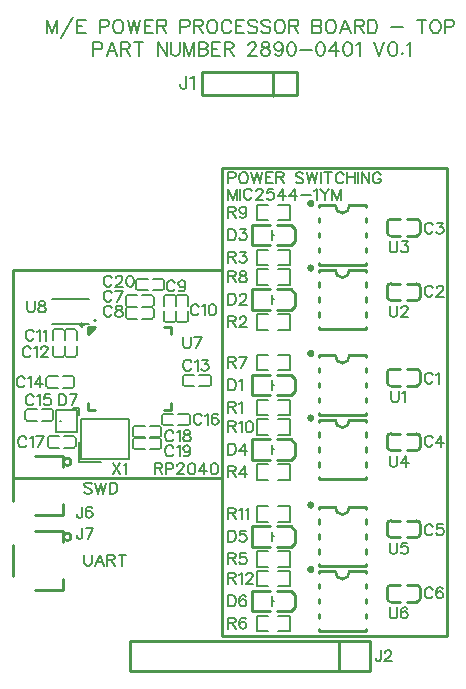
<source format=gto>
G04 Layer: TopSilkscreenLayer*
G04 EasyEDA v6.5.29, 2023-07-18 11:37:26*
G04 44a429887d2946ba859a18da238e0ce0,5a6b42c53f6a479593ecc07194224c93,10*
G04 Gerber Generator version 0.2*
G04 Scale: 100 percent, Rotated: No, Reflected: No *
G04 Dimensions in millimeters *
G04 leading zeros omitted , absolute positions ,4 integer and 5 decimal *
%FSLAX45Y45*%
%MOMM*%

%ADD10C,0.2032*%
%ADD11C,0.1524*%
%ADD12C,0.2540*%
%ADD13C,0.2030*%
%ADD14C,0.1270*%
%ADD15C,0.2000*%
%ADD16C,0.0122*%

%LPD*%
D10*
X317500Y11843258D02*
G01*
X317500Y11728704D01*
X317500Y11843258D02*
G01*
X361187Y11728704D01*
X404876Y11843258D02*
G01*
X361187Y11728704D01*
X404876Y11843258D02*
G01*
X404876Y11728704D01*
X538987Y11865102D02*
G01*
X440689Y11690350D01*
X575055Y11843258D02*
G01*
X575055Y11728704D01*
X575055Y11843258D02*
G01*
X645921Y11843258D01*
X575055Y11788647D02*
G01*
X618489Y11788647D01*
X575055Y11728704D02*
G01*
X645921Y11728704D01*
X765809Y11843258D02*
G01*
X765809Y11728704D01*
X765809Y11843258D02*
G01*
X814831Y11843258D01*
X831341Y11837670D01*
X836675Y11832336D01*
X842263Y11821413D01*
X842263Y11804904D01*
X836675Y11793981D01*
X831341Y11788647D01*
X814831Y11783313D01*
X765809Y11783313D01*
X910843Y11843258D02*
G01*
X899922Y11837670D01*
X889254Y11826747D01*
X883665Y11815826D01*
X878331Y11799570D01*
X878331Y11772392D01*
X883665Y11755881D01*
X889254Y11744960D01*
X899922Y11734037D01*
X910843Y11728704D01*
X932688Y11728704D01*
X943609Y11734037D01*
X954531Y11744960D01*
X960120Y11755881D01*
X965454Y11772392D01*
X965454Y11799570D01*
X960120Y11815826D01*
X954531Y11826747D01*
X943609Y11837670D01*
X932688Y11843258D01*
X910843Y11843258D01*
X1001522Y11843258D02*
G01*
X1028700Y11728704D01*
X1056131Y11843258D02*
G01*
X1028700Y11728704D01*
X1056131Y11843258D02*
G01*
X1083309Y11728704D01*
X1110488Y11843258D02*
G01*
X1083309Y11728704D01*
X1146556Y11843258D02*
G01*
X1146556Y11728704D01*
X1146556Y11843258D02*
G01*
X1217422Y11843258D01*
X1146556Y11788647D02*
G01*
X1190243Y11788647D01*
X1146556Y11728704D02*
G01*
X1217422Y11728704D01*
X1253490Y11843258D02*
G01*
X1253490Y11728704D01*
X1253490Y11843258D02*
G01*
X1302511Y11843258D01*
X1319022Y11837670D01*
X1324356Y11832336D01*
X1329943Y11821413D01*
X1329943Y11810492D01*
X1324356Y11799570D01*
X1319022Y11793981D01*
X1302511Y11788647D01*
X1253490Y11788647D01*
X1291590Y11788647D02*
G01*
X1329943Y11728704D01*
X1449831Y11843258D02*
G01*
X1449831Y11728704D01*
X1449831Y11843258D02*
G01*
X1498854Y11843258D01*
X1515363Y11837670D01*
X1520697Y11832336D01*
X1526286Y11821413D01*
X1526286Y11804904D01*
X1520697Y11793981D01*
X1515363Y11788647D01*
X1498854Y11783313D01*
X1449831Y11783313D01*
X1562100Y11843258D02*
G01*
X1562100Y11728704D01*
X1562100Y11843258D02*
G01*
X1611375Y11843258D01*
X1627631Y11837670D01*
X1633220Y11832336D01*
X1638554Y11821413D01*
X1638554Y11810492D01*
X1633220Y11799570D01*
X1627631Y11793981D01*
X1611375Y11788647D01*
X1562100Y11788647D01*
X1600454Y11788647D02*
G01*
X1638554Y11728704D01*
X1707388Y11843258D02*
G01*
X1696465Y11837670D01*
X1685543Y11826747D01*
X1679956Y11815826D01*
X1674622Y11799570D01*
X1674622Y11772392D01*
X1679956Y11755881D01*
X1685543Y11744960D01*
X1696465Y11734037D01*
X1707388Y11728704D01*
X1729231Y11728704D01*
X1740154Y11734037D01*
X1751075Y11744960D01*
X1756409Y11755881D01*
X1761743Y11772392D01*
X1761743Y11799570D01*
X1756409Y11815826D01*
X1751075Y11826747D01*
X1740154Y11837670D01*
X1729231Y11843258D01*
X1707388Y11843258D01*
X1879600Y11815826D02*
G01*
X1874265Y11826747D01*
X1863343Y11837670D01*
X1852422Y11843258D01*
X1830577Y11843258D01*
X1819656Y11837670D01*
X1808734Y11826747D01*
X1803400Y11815826D01*
X1797811Y11799570D01*
X1797811Y11772392D01*
X1803400Y11755881D01*
X1808734Y11744960D01*
X1819656Y11734037D01*
X1830577Y11728704D01*
X1852422Y11728704D01*
X1863343Y11734037D01*
X1874265Y11744960D01*
X1879600Y11755881D01*
X1915668Y11843258D02*
G01*
X1915668Y11728704D01*
X1915668Y11843258D02*
G01*
X1986534Y11843258D01*
X1915668Y11788647D02*
G01*
X1959356Y11788647D01*
X1915668Y11728704D02*
G01*
X1986534Y11728704D01*
X2099056Y11826747D02*
G01*
X2088134Y11837670D01*
X2071624Y11843258D01*
X2049779Y11843258D01*
X2033524Y11837670D01*
X2022602Y11826747D01*
X2022602Y11815826D01*
X2027936Y11804904D01*
X2033524Y11799570D01*
X2044445Y11793981D01*
X2077211Y11783313D01*
X2088134Y11777726D01*
X2093468Y11772392D01*
X2099056Y11761470D01*
X2099056Y11744960D01*
X2088134Y11734037D01*
X2071624Y11728704D01*
X2049779Y11728704D01*
X2033524Y11734037D01*
X2022602Y11744960D01*
X2211324Y11826747D02*
G01*
X2200402Y11837670D01*
X2184145Y11843258D01*
X2162302Y11843258D01*
X2145791Y11837670D01*
X2134870Y11826747D01*
X2134870Y11815826D01*
X2140458Y11804904D01*
X2145791Y11799570D01*
X2156713Y11793981D01*
X2189479Y11783313D01*
X2200402Y11777726D01*
X2205736Y11772392D01*
X2211324Y11761470D01*
X2211324Y11744960D01*
X2200402Y11734037D01*
X2184145Y11728704D01*
X2162302Y11728704D01*
X2145791Y11734037D01*
X2134870Y11744960D01*
X2280158Y11843258D02*
G01*
X2269236Y11837670D01*
X2258313Y11826747D01*
X2252725Y11815826D01*
X2247391Y11799570D01*
X2247391Y11772392D01*
X2252725Y11755881D01*
X2258313Y11744960D01*
X2269236Y11734037D01*
X2280158Y11728704D01*
X2301747Y11728704D01*
X2312670Y11734037D01*
X2323591Y11744960D01*
X2329179Y11755881D01*
X2334513Y11772392D01*
X2334513Y11799570D01*
X2329179Y11815826D01*
X2323591Y11826747D01*
X2312670Y11837670D01*
X2301747Y11843258D01*
X2280158Y11843258D01*
X2370581Y11843258D02*
G01*
X2370581Y11728704D01*
X2370581Y11843258D02*
G01*
X2419604Y11843258D01*
X2436113Y11837670D01*
X2441447Y11832336D01*
X2447036Y11821413D01*
X2447036Y11810492D01*
X2441447Y11799570D01*
X2436113Y11793981D01*
X2419604Y11788647D01*
X2370581Y11788647D01*
X2408681Y11788647D02*
G01*
X2447036Y11728704D01*
X2566924Y11843258D02*
G01*
X2566924Y11728704D01*
X2566924Y11843258D02*
G01*
X2615945Y11843258D01*
X2632456Y11837670D01*
X2637790Y11832336D01*
X2643377Y11821413D01*
X2643377Y11810492D01*
X2637790Y11799570D01*
X2632456Y11793981D01*
X2615945Y11788647D01*
X2566924Y11788647D02*
G01*
X2615945Y11788647D01*
X2632456Y11783313D01*
X2637790Y11777726D01*
X2643377Y11766804D01*
X2643377Y11750547D01*
X2637790Y11739626D01*
X2632456Y11734037D01*
X2615945Y11728704D01*
X2566924Y11728704D01*
X2711958Y11843258D02*
G01*
X2701036Y11837670D01*
X2690113Y11826747D01*
X2684779Y11815826D01*
X2679191Y11799570D01*
X2679191Y11772392D01*
X2684779Y11755881D01*
X2690113Y11744960D01*
X2701036Y11734037D01*
X2711958Y11728704D01*
X2733802Y11728704D01*
X2744724Y11734037D01*
X2755645Y11744960D01*
X2761234Y11755881D01*
X2766568Y11772392D01*
X2766568Y11799570D01*
X2761234Y11815826D01*
X2755645Y11826747D01*
X2744724Y11837670D01*
X2733802Y11843258D01*
X2711958Y11843258D01*
X2846324Y11843258D02*
G01*
X2802636Y11728704D01*
X2846324Y11843258D02*
G01*
X2889758Y11728704D01*
X2818891Y11766804D02*
G01*
X2873502Y11766804D01*
X2925825Y11843258D02*
G01*
X2925825Y11728704D01*
X2925825Y11843258D02*
G01*
X2974847Y11843258D01*
X2991358Y11837670D01*
X2996691Y11832336D01*
X3002279Y11821413D01*
X3002279Y11810492D01*
X2996691Y11799570D01*
X2991358Y11793981D01*
X2974847Y11788647D01*
X2925825Y11788647D01*
X2963925Y11788647D02*
G01*
X3002279Y11728704D01*
X3038347Y11843258D02*
G01*
X3038347Y11728704D01*
X3038347Y11843258D02*
G01*
X3076447Y11843258D01*
X3092704Y11837670D01*
X3103625Y11826747D01*
X3109213Y11815826D01*
X3114547Y11799570D01*
X3114547Y11772392D01*
X3109213Y11755881D01*
X3103625Y11744960D01*
X3092704Y11734037D01*
X3076447Y11728704D01*
X3038347Y11728704D01*
X3234690Y11777726D02*
G01*
X3332734Y11777726D01*
X3490975Y11843258D02*
G01*
X3490975Y11728704D01*
X3452875Y11843258D02*
G01*
X3529075Y11843258D01*
X3597909Y11843258D02*
G01*
X3586988Y11837670D01*
X3576065Y11826747D01*
X3570477Y11815826D01*
X3565143Y11799570D01*
X3565143Y11772392D01*
X3570477Y11755881D01*
X3576065Y11744960D01*
X3586988Y11734037D01*
X3597909Y11728704D01*
X3619754Y11728704D01*
X3630675Y11734037D01*
X3641597Y11744960D01*
X3646931Y11755881D01*
X3652520Y11772392D01*
X3652520Y11799570D01*
X3646931Y11815826D01*
X3641597Y11826747D01*
X3630675Y11837670D01*
X3619754Y11843258D01*
X3597909Y11843258D01*
X3688334Y11843258D02*
G01*
X3688334Y11728704D01*
X3688334Y11843258D02*
G01*
X3737609Y11843258D01*
X3753865Y11837670D01*
X3759200Y11832336D01*
X3764788Y11821413D01*
X3764788Y11804904D01*
X3759200Y11793981D01*
X3753865Y11788647D01*
X3737609Y11783313D01*
X3688334Y11783313D01*
X711200Y11652758D02*
G01*
X711200Y11538204D01*
X711200Y11652758D02*
G01*
X760222Y11652758D01*
X776731Y11647170D01*
X782065Y11641836D01*
X787654Y11630913D01*
X787654Y11614404D01*
X782065Y11603481D01*
X776731Y11598147D01*
X760222Y11592813D01*
X711200Y11592813D01*
X867156Y11652758D02*
G01*
X823468Y11538204D01*
X867156Y11652758D02*
G01*
X910843Y11538204D01*
X839977Y11576304D02*
G01*
X894588Y11576304D01*
X946911Y11652758D02*
G01*
X946911Y11538204D01*
X946911Y11652758D02*
G01*
X995934Y11652758D01*
X1012190Y11647170D01*
X1017777Y11641836D01*
X1023111Y11630913D01*
X1023111Y11619992D01*
X1017777Y11609070D01*
X1012190Y11603481D01*
X995934Y11598147D01*
X946911Y11598147D01*
X985011Y11598147D02*
G01*
X1023111Y11538204D01*
X1097279Y11652758D02*
G01*
X1097279Y11538204D01*
X1059179Y11652758D02*
G01*
X1135634Y11652758D01*
X1255522Y11652758D02*
G01*
X1255522Y11538204D01*
X1255522Y11652758D02*
G01*
X1331975Y11538204D01*
X1331975Y11652758D02*
G01*
X1331975Y11538204D01*
X1368043Y11652758D02*
G01*
X1368043Y11570970D01*
X1373377Y11554460D01*
X1384300Y11543537D01*
X1400556Y11538204D01*
X1411477Y11538204D01*
X1427988Y11543537D01*
X1438909Y11554460D01*
X1444243Y11570970D01*
X1444243Y11652758D01*
X1480311Y11652758D02*
G01*
X1480311Y11538204D01*
X1480311Y11652758D02*
G01*
X1524000Y11538204D01*
X1567688Y11652758D02*
G01*
X1524000Y11538204D01*
X1567688Y11652758D02*
G01*
X1567688Y11538204D01*
X1603502Y11652758D02*
G01*
X1603502Y11538204D01*
X1603502Y11652758D02*
G01*
X1652777Y11652758D01*
X1669034Y11647170D01*
X1674368Y11641836D01*
X1679956Y11630913D01*
X1679956Y11619992D01*
X1674368Y11609070D01*
X1669034Y11603481D01*
X1652777Y11598147D01*
X1603502Y11598147D02*
G01*
X1652777Y11598147D01*
X1669034Y11592813D01*
X1674368Y11587226D01*
X1679956Y11576304D01*
X1679956Y11560047D01*
X1674368Y11549126D01*
X1669034Y11543537D01*
X1652777Y11538204D01*
X1603502Y11538204D01*
X1716024Y11652758D02*
G01*
X1716024Y11538204D01*
X1716024Y11652758D02*
G01*
X1786890Y11652758D01*
X1716024Y11598147D02*
G01*
X1759458Y11598147D01*
X1716024Y11538204D02*
G01*
X1786890Y11538204D01*
X1822958Y11652758D02*
G01*
X1822958Y11538204D01*
X1822958Y11652758D02*
G01*
X1871979Y11652758D01*
X1888236Y11647170D01*
X1893824Y11641836D01*
X1899158Y11630913D01*
X1899158Y11619992D01*
X1893824Y11609070D01*
X1888236Y11603481D01*
X1871979Y11598147D01*
X1822958Y11598147D01*
X1861058Y11598147D02*
G01*
X1899158Y11538204D01*
X2024634Y11625326D02*
G01*
X2024634Y11630913D01*
X2030222Y11641836D01*
X2035556Y11647170D01*
X2046477Y11652758D01*
X2068322Y11652758D01*
X2079243Y11647170D01*
X2084577Y11641836D01*
X2090165Y11630913D01*
X2090165Y11619992D01*
X2084577Y11609070D01*
X2073656Y11592813D01*
X2019300Y11538204D01*
X2095500Y11538204D01*
X2158745Y11652758D02*
G01*
X2142490Y11647170D01*
X2136902Y11636247D01*
X2136902Y11625326D01*
X2142490Y11614404D01*
X2153411Y11609070D01*
X2175256Y11603481D01*
X2191511Y11598147D01*
X2202434Y11587226D01*
X2208022Y11576304D01*
X2208022Y11560047D01*
X2202434Y11549126D01*
X2197100Y11543537D01*
X2180590Y11538204D01*
X2158745Y11538204D01*
X2142490Y11543537D01*
X2136902Y11549126D01*
X2131568Y11560047D01*
X2131568Y11576304D01*
X2136902Y11587226D01*
X2147824Y11598147D01*
X2164334Y11603481D01*
X2186177Y11609070D01*
X2197100Y11614404D01*
X2202434Y11625326D01*
X2202434Y11636247D01*
X2197100Y11647170D01*
X2180590Y11652758D01*
X2158745Y11652758D01*
X2314956Y11614404D02*
G01*
X2309368Y11598147D01*
X2298445Y11587226D01*
X2282190Y11581892D01*
X2276602Y11581892D01*
X2260345Y11587226D01*
X2249424Y11598147D01*
X2243836Y11614404D01*
X2243836Y11619992D01*
X2249424Y11636247D01*
X2260345Y11647170D01*
X2276602Y11652758D01*
X2282190Y11652758D01*
X2298445Y11647170D01*
X2309368Y11636247D01*
X2314956Y11614404D01*
X2314956Y11587226D01*
X2309368Y11560047D01*
X2298445Y11543537D01*
X2282190Y11538204D01*
X2271268Y11538204D01*
X2254758Y11543537D01*
X2249424Y11554460D01*
X2383536Y11652758D02*
G01*
X2367279Y11647170D01*
X2356358Y11630913D01*
X2350770Y11603481D01*
X2350770Y11587226D01*
X2356358Y11560047D01*
X2367279Y11543537D01*
X2383536Y11538204D01*
X2394458Y11538204D01*
X2410713Y11543537D01*
X2421636Y11560047D01*
X2427224Y11587226D01*
X2427224Y11603481D01*
X2421636Y11630913D01*
X2410713Y11647170D01*
X2394458Y11652758D01*
X2383536Y11652758D01*
X2463291Y11587226D02*
G01*
X2561336Y11587226D01*
X2630170Y11652758D02*
G01*
X2613659Y11647170D01*
X2602738Y11630913D01*
X2597404Y11603481D01*
X2597404Y11587226D01*
X2602738Y11560047D01*
X2613659Y11543537D01*
X2630170Y11538204D01*
X2641091Y11538204D01*
X2657347Y11543537D01*
X2668270Y11560047D01*
X2673858Y11587226D01*
X2673858Y11603481D01*
X2668270Y11630913D01*
X2657347Y11647170D01*
X2641091Y11652758D01*
X2630170Y11652758D01*
X2764281Y11652758D02*
G01*
X2709672Y11576304D01*
X2791459Y11576304D01*
X2764281Y11652758D02*
G01*
X2764281Y11538204D01*
X2860293Y11652758D02*
G01*
X2844038Y11647170D01*
X2833115Y11630913D01*
X2827527Y11603481D01*
X2827527Y11587226D01*
X2833115Y11560047D01*
X2844038Y11543537D01*
X2860293Y11538204D01*
X2871215Y11538204D01*
X2887472Y11543537D01*
X2898393Y11560047D01*
X2903981Y11587226D01*
X2903981Y11603481D01*
X2898393Y11630913D01*
X2887472Y11647170D01*
X2871215Y11652758D01*
X2860293Y11652758D01*
X2939795Y11630913D02*
G01*
X2950718Y11636247D01*
X2967227Y11652758D01*
X2967227Y11538204D01*
X3087115Y11652758D02*
G01*
X3130804Y11538204D01*
X3174491Y11652758D02*
G01*
X3130804Y11538204D01*
X3243072Y11652758D02*
G01*
X3226815Y11647170D01*
X3215893Y11630913D01*
X3210559Y11603481D01*
X3210559Y11587226D01*
X3215893Y11560047D01*
X3226815Y11543537D01*
X3243072Y11538204D01*
X3253993Y11538204D01*
X3270504Y11543537D01*
X3281425Y11560047D01*
X3286759Y11587226D01*
X3286759Y11603481D01*
X3281425Y11630913D01*
X3270504Y11647170D01*
X3253993Y11652758D01*
X3243072Y11652758D01*
X3328161Y11565381D02*
G01*
X3322827Y11560047D01*
X3328161Y11554460D01*
X3333750Y11560047D01*
X3328161Y11565381D01*
X3369818Y11630913D02*
G01*
X3380740Y11636247D01*
X3396995Y11652758D01*
X3396995Y11538204D01*
D11*
X698756Y7910367D02*
G01*
X689612Y7919511D01*
X675896Y7924083D01*
X657608Y7924083D01*
X644146Y7919511D01*
X635002Y7910367D01*
X635002Y7901477D01*
X639574Y7892333D01*
X644146Y7887761D01*
X653290Y7883189D01*
X680468Y7874045D01*
X689612Y7869473D01*
X694184Y7864901D01*
X698756Y7856011D01*
X698756Y7842295D01*
X689612Y7833151D01*
X675896Y7828579D01*
X657608Y7828579D01*
X644146Y7833151D01*
X635002Y7842295D01*
X728728Y7924083D02*
G01*
X751334Y7828579D01*
X774194Y7924083D02*
G01*
X751334Y7828579D01*
X774194Y7924083D02*
G01*
X796800Y7828579D01*
X819660Y7924083D02*
G01*
X796800Y7828579D01*
X849632Y7924083D02*
G01*
X849632Y7828579D01*
X849632Y7924083D02*
G01*
X881382Y7924083D01*
X895098Y7919511D01*
X903988Y7910367D01*
X908560Y7901477D01*
X913132Y7887761D01*
X913132Y7864901D01*
X908560Y7851439D01*
X903988Y7842295D01*
X895098Y7833151D01*
X881382Y7828579D01*
X849632Y7828579D01*
X635000Y7314437D02*
G01*
X635000Y7246365D01*
X639571Y7232650D01*
X648715Y7223505D01*
X662177Y7218934D01*
X671322Y7218934D01*
X685038Y7223505D01*
X694181Y7232650D01*
X698754Y7246365D01*
X698754Y7314437D01*
X765047Y7314437D02*
G01*
X728725Y7218934D01*
X765047Y7314437D02*
G01*
X801370Y7218934D01*
X742188Y7250937D02*
G01*
X787654Y7250937D01*
X831341Y7314437D02*
G01*
X831341Y7218934D01*
X831341Y7314437D02*
G01*
X872236Y7314437D01*
X885952Y7309865D01*
X890524Y7305294D01*
X895095Y7296404D01*
X895095Y7287260D01*
X890524Y7278115D01*
X885952Y7273544D01*
X872236Y7268971D01*
X831341Y7268971D01*
X863091Y7268971D02*
G01*
X895095Y7218934D01*
X956818Y7314437D02*
G01*
X956818Y7218934D01*
X925068Y7314437D02*
G01*
X988568Y7314437D01*
X1854200Y10413237D02*
G01*
X1854200Y10317734D01*
X1854200Y10413237D02*
G01*
X1890522Y10317734D01*
X1926843Y10413237D02*
G01*
X1890522Y10317734D01*
X1926843Y10413237D02*
G01*
X1926843Y10317734D01*
X1956815Y10413237D02*
G01*
X1956815Y10317734D01*
X2055113Y10390631D02*
G01*
X2050541Y10399776D01*
X2041397Y10408665D01*
X2032508Y10413237D01*
X2014220Y10413237D01*
X2005075Y10408665D01*
X1995931Y10399776D01*
X1991359Y10390631D01*
X1987041Y10376915D01*
X1987041Y10354310D01*
X1991359Y10340594D01*
X1995931Y10331450D01*
X2005075Y10322305D01*
X2014220Y10317734D01*
X2032508Y10317734D01*
X2041397Y10322305D01*
X2050541Y10331450D01*
X2055113Y10340594D01*
X2089658Y10390631D02*
G01*
X2089658Y10395204D01*
X2094229Y10404094D01*
X2098802Y10408665D01*
X2107945Y10413237D01*
X2125979Y10413237D01*
X2135124Y10408665D01*
X2139695Y10404094D01*
X2144268Y10395204D01*
X2144268Y10386060D01*
X2139695Y10376915D01*
X2130552Y10363200D01*
X2085086Y10317734D01*
X2148840Y10317734D01*
X2233168Y10413237D02*
G01*
X2187956Y10413237D01*
X2183384Y10372344D01*
X2187956Y10376915D01*
X2201418Y10381487D01*
X2215134Y10381487D01*
X2228850Y10376915D01*
X2237740Y10367771D01*
X2242311Y10354310D01*
X2242311Y10345165D01*
X2237740Y10331450D01*
X2228850Y10322305D01*
X2215134Y10317734D01*
X2201418Y10317734D01*
X2187956Y10322305D01*
X2183384Y10326878D01*
X2178811Y10336021D01*
X2317750Y10413237D02*
G01*
X2272284Y10349737D01*
X2340609Y10349737D01*
X2317750Y10413237D02*
G01*
X2317750Y10317734D01*
X2416047Y10413237D02*
G01*
X2370581Y10349737D01*
X2438654Y10349737D01*
X2416047Y10413237D02*
G01*
X2416047Y10317734D01*
X2468625Y10358881D02*
G01*
X2550668Y10358881D01*
X2580640Y10395204D02*
G01*
X2589529Y10399776D01*
X2603245Y10413237D01*
X2603245Y10317734D01*
X2633218Y10413237D02*
G01*
X2669540Y10367771D01*
X2669540Y10317734D01*
X2706115Y10413237D02*
G01*
X2669540Y10367771D01*
X2736088Y10413237D02*
G01*
X2736088Y10317734D01*
X2736088Y10413237D02*
G01*
X2772409Y10317734D01*
X2808731Y10413237D02*
G01*
X2772409Y10317734D01*
X2808731Y10413237D02*
G01*
X2808731Y10317734D01*
X1231823Y8089137D02*
G01*
X1231823Y7993634D01*
X1231823Y8089137D02*
G01*
X1272717Y8089137D01*
X1286433Y8084565D01*
X1291005Y8079994D01*
X1295577Y8071104D01*
X1295577Y8061960D01*
X1291005Y8052815D01*
X1286433Y8048244D01*
X1272717Y8043671D01*
X1231823Y8043671D01*
X1263827Y8043671D02*
G01*
X1295577Y7993634D01*
X1325549Y8089137D02*
G01*
X1325549Y7993634D01*
X1325549Y8089137D02*
G01*
X1366443Y8089137D01*
X1380159Y8084565D01*
X1384731Y8079994D01*
X1389049Y8071104D01*
X1389049Y8057387D01*
X1384731Y8048244D01*
X1380159Y8043671D01*
X1366443Y8039100D01*
X1325549Y8039100D01*
X1423593Y8066531D02*
G01*
X1423593Y8071104D01*
X1428165Y8079994D01*
X1432737Y8084565D01*
X1441881Y8089137D01*
X1460169Y8089137D01*
X1469059Y8084565D01*
X1473631Y8079994D01*
X1478203Y8071104D01*
X1478203Y8061960D01*
X1473631Y8052815D01*
X1464741Y8039100D01*
X1419275Y7993634D01*
X1482775Y7993634D01*
X1540179Y8089137D02*
G01*
X1526463Y8084565D01*
X1517319Y8071104D01*
X1512747Y8048244D01*
X1512747Y8034781D01*
X1517319Y8011921D01*
X1526463Y7998205D01*
X1540179Y7993634D01*
X1549069Y7993634D01*
X1562785Y7998205D01*
X1571929Y8011921D01*
X1576501Y8034781D01*
X1576501Y8048244D01*
X1571929Y8071104D01*
X1562785Y8084565D01*
X1549069Y8089137D01*
X1540179Y8089137D01*
X1651939Y8089137D02*
G01*
X1606473Y8025637D01*
X1674545Y8025637D01*
X1651939Y8089137D02*
G01*
X1651939Y7993634D01*
X1731949Y8089137D02*
G01*
X1718233Y8084565D01*
X1709089Y8071104D01*
X1704517Y8048244D01*
X1704517Y8034781D01*
X1709089Y8011921D01*
X1718233Y7998205D01*
X1731949Y7993634D01*
X1741093Y7993634D01*
X1754555Y7998205D01*
X1763699Y8011921D01*
X1768271Y8034781D01*
X1768271Y8048244D01*
X1763699Y8071104D01*
X1754555Y8084565D01*
X1741093Y8089137D01*
X1731949Y8089137D01*
X1854200Y10552937D02*
G01*
X1854200Y10457434D01*
X1854200Y10552937D02*
G01*
X1895093Y10552937D01*
X1908809Y10548365D01*
X1913381Y10543794D01*
X1917954Y10534904D01*
X1917954Y10521187D01*
X1913381Y10512044D01*
X1908809Y10507471D01*
X1895093Y10502900D01*
X1854200Y10502900D01*
X1975104Y10552937D02*
G01*
X1965959Y10548365D01*
X1956815Y10539476D01*
X1952497Y10530331D01*
X1947925Y10516615D01*
X1947925Y10494010D01*
X1952497Y10480294D01*
X1956815Y10471150D01*
X1965959Y10462005D01*
X1975104Y10457434D01*
X1993391Y10457434D01*
X2002281Y10462005D01*
X2011425Y10471150D01*
X2015997Y10480294D01*
X2020570Y10494010D01*
X2020570Y10516615D01*
X2015997Y10530331D01*
X2011425Y10539476D01*
X2002281Y10548365D01*
X1993391Y10552937D01*
X1975104Y10552937D01*
X2050541Y10552937D02*
G01*
X2073402Y10457434D01*
X2096008Y10552937D02*
G01*
X2073402Y10457434D01*
X2096008Y10552937D02*
G01*
X2118868Y10457434D01*
X2141474Y10552937D02*
G01*
X2118868Y10457434D01*
X2171445Y10552937D02*
G01*
X2171445Y10457434D01*
X2171445Y10552937D02*
G01*
X2230627Y10552937D01*
X2171445Y10507471D02*
G01*
X2207768Y10507471D01*
X2171445Y10457434D02*
G01*
X2230627Y10457434D01*
X2260600Y10552937D02*
G01*
X2260600Y10457434D01*
X2260600Y10552937D02*
G01*
X2301493Y10552937D01*
X2315209Y10548365D01*
X2319527Y10543794D01*
X2324100Y10534904D01*
X2324100Y10525760D01*
X2319527Y10516615D01*
X2315209Y10512044D01*
X2301493Y10507471D01*
X2260600Y10507471D01*
X2292350Y10507471D02*
G01*
X2324100Y10457434D01*
X2487929Y10539476D02*
G01*
X2478786Y10548365D01*
X2465070Y10552937D01*
X2447036Y10552937D01*
X2433320Y10548365D01*
X2424175Y10539476D01*
X2424175Y10530331D01*
X2428747Y10521187D01*
X2433320Y10516615D01*
X2442463Y10512044D01*
X2469641Y10502900D01*
X2478786Y10498581D01*
X2483358Y10494010D01*
X2487929Y10484865D01*
X2487929Y10471150D01*
X2478786Y10462005D01*
X2465070Y10457434D01*
X2447036Y10457434D01*
X2433320Y10462005D01*
X2424175Y10471150D01*
X2517902Y10552937D02*
G01*
X2540508Y10457434D01*
X2563368Y10552937D02*
G01*
X2540508Y10457434D01*
X2563368Y10552937D02*
G01*
X2585974Y10457434D01*
X2608834Y10552937D02*
G01*
X2585974Y10457434D01*
X2638806Y10552937D02*
G01*
X2638806Y10457434D01*
X2700527Y10552937D02*
G01*
X2700527Y10457434D01*
X2668777Y10552937D02*
G01*
X2732277Y10552937D01*
X2830575Y10530331D02*
G01*
X2826004Y10539476D01*
X2816859Y10548365D01*
X2807715Y10552937D01*
X2789681Y10552937D01*
X2780538Y10548365D01*
X2771393Y10539476D01*
X2766822Y10530331D01*
X2762504Y10516615D01*
X2762504Y10494010D01*
X2766822Y10480294D01*
X2771393Y10471150D01*
X2780538Y10462005D01*
X2789681Y10457434D01*
X2807715Y10457434D01*
X2816859Y10462005D01*
X2826004Y10471150D01*
X2830575Y10480294D01*
X2860547Y10552937D02*
G01*
X2860547Y10457434D01*
X2924302Y10552937D02*
G01*
X2924302Y10457434D01*
X2860547Y10507471D02*
G01*
X2924302Y10507471D01*
X2954274Y10552937D02*
G01*
X2954274Y10457434D01*
X2984245Y10552937D02*
G01*
X2984245Y10457434D01*
X2984245Y10552937D02*
G01*
X3047745Y10457434D01*
X3047745Y10552937D02*
G01*
X3047745Y10457434D01*
X3146043Y10530331D02*
G01*
X3141472Y10539476D01*
X3132327Y10548365D01*
X3123184Y10552937D01*
X3105150Y10552937D01*
X3096006Y10548365D01*
X3086861Y10539476D01*
X3082290Y10530331D01*
X3077718Y10516615D01*
X3077718Y10494010D01*
X3082290Y10480294D01*
X3086861Y10471150D01*
X3096006Y10462005D01*
X3105150Y10457434D01*
X3123184Y10457434D01*
X3132327Y10462005D01*
X3141472Y10471150D01*
X3146043Y10480294D01*
X3146043Y10494010D01*
X3123184Y10494010D02*
G01*
X3146043Y10494010D01*
X868172Y9654031D02*
G01*
X863854Y9663176D01*
X854709Y9672065D01*
X845565Y9676637D01*
X827277Y9676637D01*
X818388Y9672065D01*
X809243Y9663176D01*
X804672Y9654031D01*
X800100Y9640315D01*
X800100Y9617710D01*
X804672Y9603994D01*
X809243Y9594850D01*
X818388Y9585705D01*
X827277Y9581134D01*
X845565Y9581134D01*
X854709Y9585705D01*
X863854Y9594850D01*
X868172Y9603994D01*
X902715Y9654031D02*
G01*
X902715Y9658604D01*
X907288Y9667494D01*
X911859Y9672065D01*
X921004Y9676637D01*
X939291Y9676637D01*
X948181Y9672065D01*
X952754Y9667494D01*
X957325Y9658604D01*
X957325Y9649460D01*
X952754Y9640315D01*
X943609Y9626600D01*
X898397Y9581134D01*
X961897Y9581134D01*
X1019302Y9676637D02*
G01*
X1005586Y9672065D01*
X996441Y9658604D01*
X991870Y9635744D01*
X991870Y9622281D01*
X996441Y9599421D01*
X1005586Y9585705D01*
X1019302Y9581134D01*
X1028191Y9581134D01*
X1041908Y9585705D01*
X1051052Y9599421D01*
X1055624Y9622281D01*
X1055624Y9635744D01*
X1051052Y9658604D01*
X1041908Y9672065D01*
X1028191Y9676637D01*
X1019302Y9676637D01*
X1854200Y8990837D02*
G01*
X1854200Y8895334D01*
X1854200Y8990837D02*
G01*
X1895093Y8990837D01*
X1908809Y8986265D01*
X1913381Y8981694D01*
X1917954Y8972804D01*
X1917954Y8963660D01*
X1913381Y8954515D01*
X1908809Y8949944D01*
X1895093Y8945371D01*
X1854200Y8945371D01*
X1885950Y8945371D02*
G01*
X1917954Y8895334D01*
X2011425Y8990837D02*
G01*
X1965959Y8895334D01*
X1947925Y8990837D02*
G01*
X2011425Y8990837D01*
X1854200Y8800337D02*
G01*
X1854200Y8704834D01*
X1854200Y8800337D02*
G01*
X1885950Y8800337D01*
X1899665Y8795765D01*
X1908809Y8786876D01*
X1913381Y8777731D01*
X1917954Y8764015D01*
X1917954Y8741410D01*
X1913381Y8727694D01*
X1908809Y8718550D01*
X1899665Y8709405D01*
X1885950Y8704834D01*
X1854200Y8704834D01*
X1947925Y8782304D02*
G01*
X1956815Y8786876D01*
X1970531Y8800337D01*
X1970531Y8704834D01*
X1854200Y8444737D02*
G01*
X1854200Y8349234D01*
X1854200Y8444737D02*
G01*
X1895093Y8444737D01*
X1908809Y8440165D01*
X1913381Y8435594D01*
X1917954Y8426704D01*
X1917954Y8417560D01*
X1913381Y8408415D01*
X1908809Y8403844D01*
X1895093Y8399271D01*
X1854200Y8399271D01*
X1885950Y8399271D02*
G01*
X1917954Y8349234D01*
X1947925Y8426704D02*
G01*
X1956815Y8431276D01*
X1970531Y8444737D01*
X1970531Y8349234D01*
X2027936Y8444737D02*
G01*
X2014220Y8440165D01*
X2005075Y8426704D01*
X2000504Y8403844D01*
X2000504Y8390381D01*
X2005075Y8367521D01*
X2014220Y8353805D01*
X2027936Y8349234D01*
X2036825Y8349234D01*
X2050541Y8353805D01*
X2059686Y8367521D01*
X2064258Y8390381D01*
X2064258Y8403844D01*
X2059686Y8426704D01*
X2050541Y8440165D01*
X2036825Y8444737D01*
X2027936Y8444737D01*
X1854200Y8254237D02*
G01*
X1854200Y8158734D01*
X1854200Y8254237D02*
G01*
X1885950Y8254237D01*
X1899665Y8249665D01*
X1908809Y8240776D01*
X1913381Y8231631D01*
X1917954Y8217915D01*
X1917954Y8195310D01*
X1913381Y8181594D01*
X1908809Y8172450D01*
X1899665Y8163305D01*
X1885950Y8158734D01*
X1854200Y8158734D01*
X1993391Y8254237D02*
G01*
X1947925Y8190737D01*
X2015997Y8190737D01*
X1993391Y8254237D02*
G01*
X1993391Y8158734D01*
X1854200Y7708137D02*
G01*
X1854200Y7612634D01*
X1854200Y7708137D02*
G01*
X1895093Y7708137D01*
X1908809Y7703565D01*
X1913381Y7698994D01*
X1917954Y7690104D01*
X1917954Y7680960D01*
X1913381Y7671815D01*
X1908809Y7667244D01*
X1895093Y7662671D01*
X1854200Y7662671D01*
X1885950Y7662671D02*
G01*
X1917954Y7612634D01*
X1947925Y7690104D02*
G01*
X1956815Y7694676D01*
X1970531Y7708137D01*
X1970531Y7612634D01*
X2000504Y7690104D02*
G01*
X2009647Y7694676D01*
X2023363Y7708137D01*
X2023363Y7612634D01*
X1854200Y7517637D02*
G01*
X1854200Y7422134D01*
X1854200Y7517637D02*
G01*
X1885950Y7517637D01*
X1899665Y7513065D01*
X1908809Y7504176D01*
X1913381Y7495031D01*
X1917954Y7481315D01*
X1917954Y7458710D01*
X1913381Y7444994D01*
X1908809Y7435850D01*
X1899665Y7426705D01*
X1885950Y7422134D01*
X1854200Y7422134D01*
X2002281Y7517637D02*
G01*
X1956815Y7517637D01*
X1952497Y7476744D01*
X1956815Y7481315D01*
X1970531Y7485887D01*
X1984247Y7485887D01*
X1997709Y7481315D01*
X2006854Y7472171D01*
X2011425Y7458710D01*
X2011425Y7449565D01*
X2006854Y7435850D01*
X1997709Y7426705D01*
X1984247Y7422134D01*
X1970531Y7422134D01*
X1956815Y7426705D01*
X1952497Y7431278D01*
X1947925Y7440421D01*
X1854200Y7162037D02*
G01*
X1854200Y7066534D01*
X1854200Y7162037D02*
G01*
X1895093Y7162037D01*
X1908809Y7157465D01*
X1913381Y7152894D01*
X1917954Y7144004D01*
X1917954Y7134860D01*
X1913381Y7125715D01*
X1908809Y7121144D01*
X1895093Y7116571D01*
X1854200Y7116571D01*
X1885950Y7116571D02*
G01*
X1917954Y7066534D01*
X1947925Y7144004D02*
G01*
X1956815Y7148576D01*
X1970531Y7162037D01*
X1970531Y7066534D01*
X2005075Y7139431D02*
G01*
X2005075Y7144004D01*
X2009647Y7152894D01*
X2014220Y7157465D01*
X2023363Y7162037D01*
X2041397Y7162037D01*
X2050541Y7157465D01*
X2055113Y7152894D01*
X2059686Y7144004D01*
X2059686Y7134860D01*
X2055113Y7125715D01*
X2045970Y7112000D01*
X2000504Y7066534D01*
X2064258Y7066534D01*
X1854200Y6971537D02*
G01*
X1854200Y6876034D01*
X1854200Y6971537D02*
G01*
X1885950Y6971537D01*
X1899665Y6966965D01*
X1908809Y6958076D01*
X1913381Y6948931D01*
X1917954Y6935215D01*
X1917954Y6912610D01*
X1913381Y6898894D01*
X1908809Y6889750D01*
X1899665Y6880605D01*
X1885950Y6876034D01*
X1854200Y6876034D01*
X2002281Y6958076D02*
G01*
X1997709Y6966965D01*
X1984247Y6971537D01*
X1975104Y6971537D01*
X1961388Y6966965D01*
X1952497Y6953504D01*
X1947925Y6930644D01*
X1947925Y6908037D01*
X1952497Y6889750D01*
X1961388Y6880605D01*
X1975104Y6876034D01*
X1979675Y6876034D01*
X1993391Y6880605D01*
X2002281Y6889750D01*
X2006854Y6903465D01*
X2006854Y6908037D01*
X2002281Y6921500D01*
X1993391Y6930644D01*
X1979675Y6935215D01*
X1975104Y6935215D01*
X1961388Y6930644D01*
X1952497Y6921500D01*
X1947925Y6908037D01*
X1854200Y10260837D02*
G01*
X1854200Y10165334D01*
X1854200Y10260837D02*
G01*
X1895093Y10260837D01*
X1908809Y10256265D01*
X1913381Y10251694D01*
X1917954Y10242804D01*
X1917954Y10233660D01*
X1913381Y10224515D01*
X1908809Y10219944D01*
X1895093Y10215371D01*
X1854200Y10215371D01*
X1885950Y10215371D02*
G01*
X1917954Y10165334D01*
X2006854Y10229087D02*
G01*
X2002281Y10215371D01*
X1993391Y10206481D01*
X1979675Y10201910D01*
X1975104Y10201910D01*
X1961388Y10206481D01*
X1952497Y10215371D01*
X1947925Y10229087D01*
X1947925Y10233660D01*
X1952497Y10247376D01*
X1961388Y10256265D01*
X1975104Y10260837D01*
X1979675Y10260837D01*
X1993391Y10256265D01*
X2002281Y10247376D01*
X2006854Y10229087D01*
X2006854Y10206481D01*
X2002281Y10183621D01*
X1993391Y10169905D01*
X1979675Y10165334D01*
X1970531Y10165334D01*
X1956815Y10169905D01*
X1952497Y10179050D01*
X1854200Y8609837D02*
G01*
X1854200Y8514334D01*
X1854200Y8609837D02*
G01*
X1895093Y8609837D01*
X1908809Y8605265D01*
X1913381Y8600694D01*
X1917954Y8591804D01*
X1917954Y8582660D01*
X1913381Y8573515D01*
X1908809Y8568944D01*
X1895093Y8564371D01*
X1854200Y8564371D01*
X1885950Y8564371D02*
G01*
X1917954Y8514334D01*
X1947925Y8591804D02*
G01*
X1956815Y8596376D01*
X1970531Y8609837D01*
X1970531Y8514334D01*
X1854200Y9333737D02*
G01*
X1854200Y9238234D01*
X1854200Y9333737D02*
G01*
X1895093Y9333737D01*
X1908809Y9329165D01*
X1913381Y9324594D01*
X1917954Y9315704D01*
X1917954Y9306560D01*
X1913381Y9297415D01*
X1908809Y9292844D01*
X1895093Y9288271D01*
X1854200Y9288271D01*
X1885950Y9288271D02*
G01*
X1917954Y9238234D01*
X1952497Y9311131D02*
G01*
X1952497Y9315704D01*
X1956815Y9324594D01*
X1961388Y9329165D01*
X1970531Y9333737D01*
X1988820Y9333737D01*
X1997709Y9329165D01*
X2002281Y9324594D01*
X2006854Y9315704D01*
X2006854Y9306560D01*
X2002281Y9297415D01*
X1993391Y9283700D01*
X1947925Y9238234D01*
X2011425Y9238234D01*
X1854200Y9879837D02*
G01*
X1854200Y9784334D01*
X1854200Y9879837D02*
G01*
X1895093Y9879837D01*
X1908809Y9875265D01*
X1913381Y9870694D01*
X1917954Y9861804D01*
X1917954Y9852660D01*
X1913381Y9843515D01*
X1908809Y9838944D01*
X1895093Y9834371D01*
X1854200Y9834371D01*
X1885950Y9834371D02*
G01*
X1917954Y9784334D01*
X1956815Y9879837D02*
G01*
X2006854Y9879837D01*
X1979675Y9843515D01*
X1993391Y9843515D01*
X2002281Y9838944D01*
X2006854Y9834371D01*
X2011425Y9820910D01*
X2011425Y9811765D01*
X2006854Y9798050D01*
X1997709Y9788905D01*
X1984247Y9784334D01*
X1970531Y9784334D01*
X1956815Y9788905D01*
X1952497Y9793478D01*
X1947925Y9802621D01*
X1854200Y8063737D02*
G01*
X1854200Y7968234D01*
X1854200Y8063737D02*
G01*
X1895093Y8063737D01*
X1908809Y8059165D01*
X1913381Y8054594D01*
X1917954Y8045704D01*
X1917954Y8036560D01*
X1913381Y8027415D01*
X1908809Y8022844D01*
X1895093Y8018271D01*
X1854200Y8018271D01*
X1885950Y8018271D02*
G01*
X1917954Y7968234D01*
X1993391Y8063737D02*
G01*
X1947925Y8000237D01*
X2015997Y8000237D01*
X1993391Y8063737D02*
G01*
X1993391Y7968234D01*
X1854200Y7327137D02*
G01*
X1854200Y7231634D01*
X1854200Y7327137D02*
G01*
X1895093Y7327137D01*
X1908809Y7322565D01*
X1913381Y7317994D01*
X1917954Y7309104D01*
X1917954Y7299960D01*
X1913381Y7290815D01*
X1908809Y7286244D01*
X1895093Y7281671D01*
X1854200Y7281671D01*
X1885950Y7281671D02*
G01*
X1917954Y7231634D01*
X2002281Y7327137D02*
G01*
X1956815Y7327137D01*
X1952497Y7286244D01*
X1956815Y7290815D01*
X1970531Y7295387D01*
X1984247Y7295387D01*
X1997709Y7290815D01*
X2006854Y7281671D01*
X2011425Y7268210D01*
X2011425Y7259065D01*
X2006854Y7245350D01*
X1997709Y7236205D01*
X1984247Y7231634D01*
X1970531Y7231634D01*
X1956815Y7236205D01*
X1952497Y7240778D01*
X1947925Y7249921D01*
X1854200Y6781037D02*
G01*
X1854200Y6685534D01*
X1854200Y6781037D02*
G01*
X1895093Y6781037D01*
X1908809Y6776465D01*
X1913381Y6771894D01*
X1917954Y6763004D01*
X1917954Y6753860D01*
X1913381Y6744715D01*
X1908809Y6740144D01*
X1895093Y6735571D01*
X1854200Y6735571D01*
X1885950Y6735571D02*
G01*
X1917954Y6685534D01*
X2002281Y6767576D02*
G01*
X1997709Y6776465D01*
X1984247Y6781037D01*
X1975104Y6781037D01*
X1961388Y6776465D01*
X1952497Y6763004D01*
X1947925Y6740144D01*
X1947925Y6717537D01*
X1952497Y6699250D01*
X1961388Y6690105D01*
X1975104Y6685534D01*
X1979675Y6685534D01*
X1993391Y6690105D01*
X2002281Y6699250D01*
X2006854Y6712965D01*
X2006854Y6717537D01*
X2002281Y6731000D01*
X1993391Y6740144D01*
X1979675Y6744715D01*
X1975104Y6744715D01*
X1961388Y6740144D01*
X1952497Y6731000D01*
X1947925Y6717537D01*
X1854200Y9714737D02*
G01*
X1854200Y9619234D01*
X1854200Y9714737D02*
G01*
X1895093Y9714737D01*
X1908809Y9710165D01*
X1913381Y9705594D01*
X1917954Y9696704D01*
X1917954Y9687560D01*
X1913381Y9678415D01*
X1908809Y9673844D01*
X1895093Y9669271D01*
X1854200Y9669271D01*
X1885950Y9669271D02*
G01*
X1917954Y9619234D01*
X1970531Y9714737D02*
G01*
X1956815Y9710165D01*
X1952497Y9701276D01*
X1952497Y9692131D01*
X1956815Y9682987D01*
X1965959Y9678415D01*
X1984247Y9673844D01*
X1997709Y9669271D01*
X2006854Y9660381D01*
X2011425Y9651237D01*
X2011425Y9637521D01*
X2006854Y9628378D01*
X2002281Y9623805D01*
X1988820Y9619234D01*
X1970531Y9619234D01*
X1956815Y9623805D01*
X1952497Y9628378D01*
X1947925Y9637521D01*
X1947925Y9651237D01*
X1952497Y9660381D01*
X1961388Y9669271D01*
X1975104Y9673844D01*
X1993391Y9678415D01*
X2002281Y9682987D01*
X2006854Y9692131D01*
X2006854Y9701276D01*
X2002281Y9710165D01*
X1988820Y9714737D01*
X1970531Y9714737D01*
X1854200Y10070337D02*
G01*
X1854200Y9974834D01*
X1854200Y10070337D02*
G01*
X1885950Y10070337D01*
X1899665Y10065765D01*
X1908809Y10056876D01*
X1913381Y10047731D01*
X1917954Y10034015D01*
X1917954Y10011410D01*
X1913381Y9997694D01*
X1908809Y9988550D01*
X1899665Y9979405D01*
X1885950Y9974834D01*
X1854200Y9974834D01*
X1956815Y10070337D02*
G01*
X2006854Y10070337D01*
X1979675Y10034015D01*
X1993391Y10034015D01*
X2002281Y10029444D01*
X2006854Y10024871D01*
X2011425Y10011410D01*
X2011425Y10002265D01*
X2006854Y9988550D01*
X1997709Y9979405D01*
X1984247Y9974834D01*
X1970531Y9974834D01*
X1956815Y9979405D01*
X1952497Y9983978D01*
X1947925Y9993121D01*
X1854200Y9524237D02*
G01*
X1854200Y9428734D01*
X1854200Y9524237D02*
G01*
X1885950Y9524237D01*
X1899665Y9519665D01*
X1908809Y9510776D01*
X1913381Y9501631D01*
X1917954Y9487915D01*
X1917954Y9465310D01*
X1913381Y9451594D01*
X1908809Y9442450D01*
X1899665Y9433305D01*
X1885950Y9428734D01*
X1854200Y9428734D01*
X1952497Y9501631D02*
G01*
X1952497Y9506204D01*
X1956815Y9515094D01*
X1961388Y9519665D01*
X1970531Y9524237D01*
X1988820Y9524237D01*
X1997709Y9519665D01*
X2002281Y9515094D01*
X2006854Y9506204D01*
X2006854Y9497060D01*
X2002281Y9487915D01*
X1993391Y9474200D01*
X1947925Y9428734D01*
X2011425Y9428734D01*
X3583940Y10102850D02*
G01*
X3579368Y10111739D01*
X3570477Y10120884D01*
X3561334Y10125455D01*
X3543045Y10125455D01*
X3533902Y10120884D01*
X3525011Y10111739D01*
X3520440Y10102850D01*
X3515868Y10089134D01*
X3515868Y10066274D01*
X3520440Y10052812D01*
X3525011Y10043668D01*
X3533902Y10034524D01*
X3543045Y10029952D01*
X3561334Y10029952D01*
X3570477Y10034524D01*
X3579368Y10043668D01*
X3583940Y10052812D01*
X3623056Y10125455D02*
G01*
X3673093Y10125455D01*
X3645915Y10089134D01*
X3659377Y10089134D01*
X3668522Y10084562D01*
X3673093Y10079989D01*
X3677665Y10066274D01*
X3677665Y10057384D01*
X3673093Y10043668D01*
X3663950Y10034524D01*
X3650488Y10029952D01*
X3636772Y10029952D01*
X3623056Y10034524D01*
X3618484Y10039095D01*
X3613911Y10048239D01*
X3583940Y9569450D02*
G01*
X3579368Y9578339D01*
X3570477Y9587484D01*
X3561334Y9592055D01*
X3543045Y9592055D01*
X3533902Y9587484D01*
X3525011Y9578339D01*
X3520440Y9569450D01*
X3515868Y9555734D01*
X3515868Y9532874D01*
X3520440Y9519412D01*
X3525011Y9510268D01*
X3533902Y9501124D01*
X3543045Y9496552D01*
X3561334Y9496552D01*
X3570477Y9501124D01*
X3579368Y9510268D01*
X3583940Y9519412D01*
X3618484Y9569450D02*
G01*
X3618484Y9573768D01*
X3623056Y9582912D01*
X3627627Y9587484D01*
X3636772Y9592055D01*
X3655059Y9592055D01*
X3663950Y9587484D01*
X3668522Y9582912D01*
X3673093Y9573768D01*
X3673093Y9564878D01*
X3668522Y9555734D01*
X3659377Y9542018D01*
X3613911Y9496552D01*
X3677665Y9496552D01*
X3222543Y6869925D02*
G01*
X3222543Y6801853D01*
X3227115Y6788137D01*
X3236259Y6778993D01*
X3249721Y6774421D01*
X3258865Y6774421D01*
X3272581Y6778993D01*
X3281725Y6788137D01*
X3286297Y6801853D01*
X3286297Y6869925D01*
X3370625Y6856463D02*
G01*
X3366053Y6865353D01*
X3352591Y6869925D01*
X3343447Y6869925D01*
X3329731Y6865353D01*
X3320841Y6851891D01*
X3316269Y6829031D01*
X3316269Y6806425D01*
X3320841Y6788137D01*
X3329731Y6778993D01*
X3343447Y6774421D01*
X3348019Y6774421D01*
X3361735Y6778993D01*
X3370625Y6788137D01*
X3375197Y6801853D01*
X3375197Y6806425D01*
X3370625Y6819887D01*
X3361735Y6829031D01*
X3348019Y6833603D01*
X3343447Y6833603D01*
X3329731Y6829031D01*
X3320841Y6819887D01*
X3316269Y6806425D01*
X3222543Y7416022D02*
G01*
X3222543Y7347950D01*
X3227115Y7334234D01*
X3236259Y7325090D01*
X3249721Y7320518D01*
X3258865Y7320518D01*
X3272581Y7325090D01*
X3281725Y7334234D01*
X3286297Y7347950D01*
X3286297Y7416022D01*
X3370625Y7416022D02*
G01*
X3325159Y7416022D01*
X3320841Y7375128D01*
X3325159Y7379700D01*
X3338875Y7384272D01*
X3352591Y7384272D01*
X3366053Y7379700D01*
X3375197Y7370556D01*
X3379769Y7357094D01*
X3379769Y7347950D01*
X3375197Y7334234D01*
X3366053Y7325090D01*
X3352591Y7320518D01*
X3338875Y7320518D01*
X3325159Y7325090D01*
X3320841Y7329662D01*
X3316269Y7338806D01*
X3583940Y7016750D02*
G01*
X3579368Y7025639D01*
X3570477Y7034784D01*
X3561334Y7039355D01*
X3543045Y7039355D01*
X3533902Y7034784D01*
X3525011Y7025639D01*
X3520440Y7016750D01*
X3515868Y7003034D01*
X3515868Y6980173D01*
X3520440Y6966712D01*
X3525011Y6957568D01*
X3533902Y6948423D01*
X3543045Y6943852D01*
X3561334Y6943852D01*
X3570477Y6948423D01*
X3579368Y6957568D01*
X3583940Y6966712D01*
X3668522Y7025639D02*
G01*
X3663950Y7034784D01*
X3650488Y7039355D01*
X3641343Y7039355D01*
X3627627Y7034784D01*
X3618484Y7021068D01*
X3613911Y6998462D01*
X3613911Y6975855D01*
X3618484Y6957568D01*
X3627627Y6948423D01*
X3641343Y6943852D01*
X3645915Y6943852D01*
X3659377Y6948423D01*
X3668522Y6957568D01*
X3673093Y6971284D01*
X3673093Y6975855D01*
X3668522Y6989318D01*
X3659377Y6998462D01*
X3645915Y7003034D01*
X3641343Y7003034D01*
X3627627Y6998462D01*
X3618484Y6989318D01*
X3613911Y6975855D01*
X3583940Y7550150D02*
G01*
X3579368Y7559039D01*
X3570477Y7568184D01*
X3561334Y7572755D01*
X3543045Y7572755D01*
X3533902Y7568184D01*
X3525011Y7559039D01*
X3520440Y7550150D01*
X3515868Y7536434D01*
X3515868Y7513573D01*
X3520440Y7500112D01*
X3525011Y7490968D01*
X3533902Y7481823D01*
X3543045Y7477252D01*
X3561334Y7477252D01*
X3570477Y7481823D01*
X3579368Y7490968D01*
X3583940Y7500112D01*
X3668522Y7572755D02*
G01*
X3623056Y7572755D01*
X3618484Y7531862D01*
X3623056Y7536434D01*
X3636772Y7541005D01*
X3650488Y7541005D01*
X3663950Y7536434D01*
X3673093Y7527289D01*
X3677665Y7513573D01*
X3677665Y7504684D01*
X3673093Y7490968D01*
X3663950Y7481823D01*
X3650488Y7477252D01*
X3636772Y7477252D01*
X3623056Y7481823D01*
X3618484Y7486395D01*
X3613911Y7495539D01*
X3222543Y8152622D02*
G01*
X3222543Y8084550D01*
X3227115Y8070834D01*
X3236259Y8061690D01*
X3249721Y8057118D01*
X3258865Y8057118D01*
X3272581Y8061690D01*
X3281725Y8070834D01*
X3286297Y8084550D01*
X3286297Y8152622D01*
X3361735Y8152622D02*
G01*
X3316269Y8089122D01*
X3384341Y8089122D01*
X3361735Y8152622D02*
G01*
X3361735Y8057118D01*
X3235243Y8698720D02*
G01*
X3235243Y8630648D01*
X3239815Y8616932D01*
X3248959Y8607788D01*
X3262421Y8603216D01*
X3271565Y8603216D01*
X3285281Y8607788D01*
X3294425Y8616932D01*
X3298997Y8630648D01*
X3298997Y8698720D01*
X3328969Y8680686D02*
G01*
X3337859Y8685258D01*
X3351575Y8698720D01*
X3351575Y8603216D01*
X3583940Y8299450D02*
G01*
X3579368Y8308339D01*
X3570477Y8317484D01*
X3561334Y8322055D01*
X3543045Y8322055D01*
X3533902Y8317484D01*
X3525011Y8308339D01*
X3520440Y8299450D01*
X3515868Y8285734D01*
X3515868Y8262873D01*
X3520440Y8249412D01*
X3525011Y8240268D01*
X3533902Y8231123D01*
X3543045Y8226552D01*
X3561334Y8226552D01*
X3570477Y8231123D01*
X3579368Y8240268D01*
X3583940Y8249412D01*
X3659377Y8322055D02*
G01*
X3613911Y8258555D01*
X3682238Y8258555D01*
X3659377Y8322055D02*
G01*
X3659377Y8226552D01*
X3583940Y8832850D02*
G01*
X3579368Y8841739D01*
X3570477Y8850884D01*
X3561334Y8855455D01*
X3543045Y8855455D01*
X3533902Y8850884D01*
X3525011Y8841739D01*
X3520440Y8832850D01*
X3515868Y8819134D01*
X3515868Y8796274D01*
X3520440Y8782812D01*
X3525011Y8773668D01*
X3533902Y8764524D01*
X3543045Y8759952D01*
X3561334Y8759952D01*
X3570477Y8764524D01*
X3579368Y8773668D01*
X3583940Y8782812D01*
X3613911Y8837168D02*
G01*
X3623056Y8841739D01*
X3636772Y8855455D01*
X3636772Y8759952D01*
X1401572Y9615931D02*
G01*
X1397254Y9625076D01*
X1388109Y9633965D01*
X1378965Y9638537D01*
X1360677Y9638537D01*
X1351788Y9633965D01*
X1342643Y9625076D01*
X1338072Y9615931D01*
X1333500Y9602215D01*
X1333500Y9579610D01*
X1338072Y9565894D01*
X1342643Y9556750D01*
X1351788Y9547605D01*
X1360677Y9543034D01*
X1378965Y9543034D01*
X1388109Y9547605D01*
X1397254Y9556750D01*
X1401572Y9565894D01*
X1490725Y9606787D02*
G01*
X1486154Y9593071D01*
X1477009Y9584181D01*
X1463547Y9579610D01*
X1458975Y9579610D01*
X1445259Y9584181D01*
X1436115Y9593071D01*
X1431797Y9606787D01*
X1431797Y9611360D01*
X1436115Y9625076D01*
X1445259Y9633965D01*
X1458975Y9638537D01*
X1463547Y9638537D01*
X1477009Y9633965D01*
X1486154Y9625076D01*
X1490725Y9606787D01*
X1490725Y9584181D01*
X1486154Y9561321D01*
X1477009Y9547605D01*
X1463547Y9543034D01*
X1454404Y9543034D01*
X1440688Y9547605D01*
X1436115Y9556750D01*
X868172Y9400031D02*
G01*
X863854Y9409176D01*
X854709Y9418065D01*
X845565Y9422637D01*
X827277Y9422637D01*
X818388Y9418065D01*
X809243Y9409176D01*
X804672Y9400031D01*
X800100Y9386315D01*
X800100Y9363710D01*
X804672Y9349994D01*
X809243Y9340850D01*
X818388Y9331705D01*
X827277Y9327134D01*
X845565Y9327134D01*
X854709Y9331705D01*
X863854Y9340850D01*
X868172Y9349994D01*
X921004Y9422637D02*
G01*
X907288Y9418065D01*
X902715Y9409176D01*
X902715Y9400031D01*
X907288Y9390887D01*
X916431Y9386315D01*
X934720Y9381744D01*
X948181Y9377171D01*
X957325Y9368281D01*
X961897Y9359137D01*
X961897Y9345421D01*
X957325Y9336278D01*
X952754Y9331705D01*
X939291Y9327134D01*
X921004Y9327134D01*
X907288Y9331705D01*
X902715Y9336278D01*
X898397Y9345421D01*
X898397Y9359137D01*
X902715Y9368281D01*
X911859Y9377171D01*
X925575Y9381744D01*
X943609Y9386315D01*
X952754Y9390887D01*
X957325Y9400031D01*
X957325Y9409176D01*
X952754Y9418065D01*
X939291Y9422637D01*
X921004Y9422637D01*
X1604772Y9412731D02*
G01*
X1600454Y9421876D01*
X1591309Y9430765D01*
X1582165Y9435337D01*
X1563877Y9435337D01*
X1554988Y9430765D01*
X1545843Y9421876D01*
X1541272Y9412731D01*
X1536700Y9399015D01*
X1536700Y9376410D01*
X1541272Y9362694D01*
X1545843Y9353550D01*
X1554988Y9344405D01*
X1563877Y9339834D01*
X1582165Y9339834D01*
X1591309Y9344405D01*
X1600454Y9353550D01*
X1604772Y9362694D01*
X1634997Y9417304D02*
G01*
X1643888Y9421876D01*
X1657604Y9435337D01*
X1657604Y9339834D01*
X1715008Y9435337D02*
G01*
X1701291Y9430765D01*
X1692147Y9417304D01*
X1687575Y9394444D01*
X1687575Y9380981D01*
X1692147Y9358121D01*
X1701291Y9344405D01*
X1715008Y9339834D01*
X1723897Y9339834D01*
X1737613Y9344405D01*
X1746758Y9358121D01*
X1751329Y9380981D01*
X1751329Y9394444D01*
X1746758Y9417304D01*
X1737613Y9430765D01*
X1723897Y9435337D01*
X1715008Y9435337D01*
X876274Y8089214D02*
G01*
X940028Y7993710D01*
X940028Y8089214D02*
G01*
X876274Y7993710D01*
X970000Y8070926D02*
G01*
X979144Y8075498D01*
X992606Y8089214D01*
X992606Y7993710D01*
X144271Y8295131D02*
G01*
X139954Y8304276D01*
X130810Y8313165D01*
X121665Y8317737D01*
X103378Y8317737D01*
X94487Y8313165D01*
X85344Y8304276D01*
X80771Y8295131D01*
X76200Y8281415D01*
X76200Y8258810D01*
X80771Y8245094D01*
X85344Y8235950D01*
X94487Y8226805D01*
X103378Y8222234D01*
X121665Y8222234D01*
X130810Y8226805D01*
X139954Y8235950D01*
X144271Y8245094D01*
X174497Y8299704D02*
G01*
X183387Y8304276D01*
X197104Y8317737D01*
X197104Y8222234D01*
X290829Y8317737D02*
G01*
X245363Y8222234D01*
X227076Y8317737D02*
G01*
X290829Y8317737D01*
X1388872Y8218931D02*
G01*
X1384554Y8228076D01*
X1375409Y8236965D01*
X1366265Y8241537D01*
X1347977Y8241537D01*
X1339088Y8236965D01*
X1329943Y8228076D01*
X1325372Y8218931D01*
X1320800Y8205215D01*
X1320800Y8182610D01*
X1325372Y8168894D01*
X1329943Y8159750D01*
X1339088Y8150605D01*
X1347977Y8146034D01*
X1366265Y8146034D01*
X1375409Y8150605D01*
X1384554Y8159750D01*
X1388872Y8168894D01*
X1419097Y8223504D02*
G01*
X1427988Y8228076D01*
X1441704Y8241537D01*
X1441704Y8146034D01*
X1530858Y8209787D02*
G01*
X1526286Y8196071D01*
X1517141Y8187181D01*
X1503425Y8182610D01*
X1499108Y8182610D01*
X1485391Y8187181D01*
X1476247Y8196071D01*
X1471675Y8209787D01*
X1471675Y8214360D01*
X1476247Y8228076D01*
X1485391Y8236965D01*
X1499108Y8241537D01*
X1503425Y8241537D01*
X1517141Y8236965D01*
X1526286Y8228076D01*
X1530858Y8209787D01*
X1530858Y8187181D01*
X1526286Y8164321D01*
X1517141Y8150605D01*
X1503425Y8146034D01*
X1494536Y8146034D01*
X1480820Y8150605D01*
X1476247Y8159750D01*
X1388872Y8345931D02*
G01*
X1384554Y8355076D01*
X1375409Y8363965D01*
X1366265Y8368537D01*
X1347977Y8368537D01*
X1339088Y8363965D01*
X1329943Y8355076D01*
X1325372Y8345931D01*
X1320800Y8332215D01*
X1320800Y8309610D01*
X1325372Y8295894D01*
X1329943Y8286750D01*
X1339088Y8277605D01*
X1347977Y8273034D01*
X1366265Y8273034D01*
X1375409Y8277605D01*
X1384554Y8286750D01*
X1388872Y8295894D01*
X1419097Y8350504D02*
G01*
X1427988Y8355076D01*
X1441704Y8368537D01*
X1441704Y8273034D01*
X1494536Y8368537D02*
G01*
X1480820Y8363965D01*
X1476247Y8355076D01*
X1476247Y8345931D01*
X1480820Y8336787D01*
X1489963Y8332215D01*
X1507997Y8327644D01*
X1521713Y8323071D01*
X1530858Y8314181D01*
X1535429Y8305037D01*
X1535429Y8291321D01*
X1530858Y8282178D01*
X1526286Y8277605D01*
X1512570Y8273034D01*
X1494536Y8273034D01*
X1480820Y8277605D01*
X1476247Y8282178D01*
X1471675Y8291321D01*
X1471675Y8305037D01*
X1476247Y8314181D01*
X1485391Y8323071D01*
X1499108Y8327644D01*
X1517141Y8332215D01*
X1526286Y8336787D01*
X1530858Y8345931D01*
X1530858Y8355076D01*
X1526286Y8363965D01*
X1512570Y8368537D01*
X1494536Y8368537D01*
X1473200Y9155937D02*
G01*
X1473200Y9087865D01*
X1477772Y9074150D01*
X1486915Y9065005D01*
X1500377Y9060434D01*
X1509522Y9060434D01*
X1523238Y9065005D01*
X1532381Y9074150D01*
X1536954Y9087865D01*
X1536954Y9155937D01*
X1630425Y9155937D02*
G01*
X1584959Y9060434D01*
X1566925Y9155937D02*
G01*
X1630425Y9155937D01*
X868172Y9527031D02*
G01*
X863854Y9536176D01*
X854709Y9545065D01*
X845565Y9549637D01*
X827277Y9549637D01*
X818388Y9545065D01*
X809243Y9536176D01*
X804672Y9527031D01*
X800100Y9513315D01*
X800100Y9490710D01*
X804672Y9476994D01*
X809243Y9467850D01*
X818388Y9458705D01*
X827277Y9454134D01*
X845565Y9454134D01*
X854709Y9458705D01*
X863854Y9467850D01*
X868172Y9476994D01*
X961897Y9549637D02*
G01*
X916431Y9454134D01*
X898397Y9549637D02*
G01*
X961897Y9549637D01*
X1630172Y8485631D02*
G01*
X1625854Y8494776D01*
X1616709Y8503665D01*
X1607565Y8508237D01*
X1589277Y8508237D01*
X1580388Y8503665D01*
X1571243Y8494776D01*
X1566672Y8485631D01*
X1562100Y8471915D01*
X1562100Y8449310D01*
X1566672Y8435594D01*
X1571243Y8426450D01*
X1580388Y8417305D01*
X1589277Y8412734D01*
X1607565Y8412734D01*
X1616709Y8417305D01*
X1625854Y8426450D01*
X1630172Y8435594D01*
X1660397Y8490204D02*
G01*
X1669288Y8494776D01*
X1683004Y8508237D01*
X1683004Y8412734D01*
X1767586Y8494776D02*
G01*
X1763013Y8503665D01*
X1749297Y8508237D01*
X1740408Y8508237D01*
X1726691Y8503665D01*
X1717547Y8490204D01*
X1712975Y8467344D01*
X1712975Y8444737D01*
X1717547Y8426450D01*
X1726691Y8417305D01*
X1740408Y8412734D01*
X1744725Y8412734D01*
X1758441Y8417305D01*
X1767586Y8426450D01*
X1772158Y8440165D01*
X1772158Y8444737D01*
X1767586Y8458200D01*
X1758441Y8467344D01*
X1744725Y8471915D01*
X1740408Y8471915D01*
X1726691Y8467344D01*
X1717547Y8458200D01*
X1712975Y8444737D01*
X1541272Y8942831D02*
G01*
X1536954Y8951976D01*
X1527809Y8960865D01*
X1518665Y8965437D01*
X1500377Y8965437D01*
X1491488Y8960865D01*
X1482343Y8951976D01*
X1477772Y8942831D01*
X1473200Y8929115D01*
X1473200Y8906510D01*
X1477772Y8892794D01*
X1482343Y8883650D01*
X1491488Y8874505D01*
X1500377Y8869934D01*
X1518665Y8869934D01*
X1527809Y8874505D01*
X1536954Y8883650D01*
X1541272Y8892794D01*
X1571497Y8947404D02*
G01*
X1580388Y8951976D01*
X1594104Y8965437D01*
X1594104Y8869934D01*
X1633220Y8965437D02*
G01*
X1683258Y8965437D01*
X1655825Y8929115D01*
X1669541Y8929115D01*
X1678686Y8924544D01*
X1683258Y8919971D01*
X1687829Y8906510D01*
X1687829Y8897365D01*
X1683258Y8883650D01*
X1674113Y8874505D01*
X1660397Y8869934D01*
X1646936Y8869934D01*
X1633220Y8874505D01*
X1628647Y8879078D01*
X1624075Y8888221D01*
X152400Y9460737D02*
G01*
X152400Y9392665D01*
X156971Y9378950D01*
X166115Y9369805D01*
X179578Y9365234D01*
X188721Y9365234D01*
X202437Y9369805D01*
X211581Y9378950D01*
X216154Y9392665D01*
X216154Y9460737D01*
X268731Y9460737D02*
G01*
X255015Y9456165D01*
X250697Y9447276D01*
X250697Y9438131D01*
X255015Y9428987D01*
X264160Y9424415D01*
X282447Y9419844D01*
X295910Y9415271D01*
X305054Y9406381D01*
X309626Y9397237D01*
X309626Y9383521D01*
X305054Y9374378D01*
X300481Y9369805D01*
X287020Y9365234D01*
X268731Y9365234D01*
X255015Y9369805D01*
X250697Y9374378D01*
X246126Y9383521D01*
X246126Y9397237D01*
X250697Y9406381D01*
X259587Y9415271D01*
X273304Y9419844D01*
X291592Y9424415D01*
X300481Y9428987D01*
X305054Y9438131D01*
X305054Y9447276D01*
X300481Y9456165D01*
X287020Y9460737D01*
X268731Y9460737D01*
X182371Y9057131D02*
G01*
X178054Y9066276D01*
X168910Y9075165D01*
X159765Y9079737D01*
X141478Y9079737D01*
X132587Y9075165D01*
X123444Y9066276D01*
X118871Y9057131D01*
X114300Y9043415D01*
X114300Y9020810D01*
X118871Y9007094D01*
X123444Y8997950D01*
X132587Y8988805D01*
X141478Y8984234D01*
X159765Y8984234D01*
X168910Y8988805D01*
X178054Y8997950D01*
X182371Y9007094D01*
X212597Y9061704D02*
G01*
X221487Y9066276D01*
X235204Y9079737D01*
X235204Y8984234D01*
X269747Y9057131D02*
G01*
X269747Y9061704D01*
X274320Y9070594D01*
X278892Y9075165D01*
X288036Y9079737D01*
X306070Y9079737D01*
X315213Y9075165D01*
X319786Y9070594D01*
X324357Y9061704D01*
X324357Y9052560D01*
X319786Y9043415D01*
X310642Y9029700D01*
X265176Y8984234D01*
X328929Y8984234D01*
X207771Y9196831D02*
G01*
X203454Y9205976D01*
X194310Y9214865D01*
X185165Y9219437D01*
X166878Y9219437D01*
X157987Y9214865D01*
X148844Y9205976D01*
X144271Y9196831D01*
X139700Y9183115D01*
X139700Y9160510D01*
X144271Y9146794D01*
X148844Y9137650D01*
X157987Y9128505D01*
X166878Y9123934D01*
X185165Y9123934D01*
X194310Y9128505D01*
X203454Y9137650D01*
X207771Y9146794D01*
X237997Y9201404D02*
G01*
X246887Y9205976D01*
X260604Y9219437D01*
X260604Y9123934D01*
X290576Y9201404D02*
G01*
X299720Y9205976D01*
X313436Y9219437D01*
X313436Y9123934D01*
X131571Y8803131D02*
G01*
X127254Y8812276D01*
X118110Y8821165D01*
X108965Y8825737D01*
X90678Y8825737D01*
X81787Y8821165D01*
X72644Y8812276D01*
X68071Y8803131D01*
X63500Y8789415D01*
X63500Y8766810D01*
X68071Y8753094D01*
X72644Y8743950D01*
X81787Y8734805D01*
X90678Y8730234D01*
X108965Y8730234D01*
X118110Y8734805D01*
X127254Y8743950D01*
X131571Y8753094D01*
X161797Y8807704D02*
G01*
X170687Y8812276D01*
X184404Y8825737D01*
X184404Y8730234D01*
X259842Y8825737D02*
G01*
X214376Y8762237D01*
X282702Y8762237D01*
X259842Y8825737D02*
G01*
X259842Y8730234D01*
X207771Y8650731D02*
G01*
X203454Y8659876D01*
X194310Y8668765D01*
X185165Y8673337D01*
X166878Y8673337D01*
X157987Y8668765D01*
X148844Y8659876D01*
X144271Y8650731D01*
X139700Y8637015D01*
X139700Y8614410D01*
X144271Y8600694D01*
X148844Y8591550D01*
X157987Y8582405D01*
X166878Y8577834D01*
X185165Y8577834D01*
X194310Y8582405D01*
X203454Y8591550D01*
X207771Y8600694D01*
X237997Y8655304D02*
G01*
X246887Y8659876D01*
X260604Y8673337D01*
X260604Y8577834D01*
X345186Y8673337D02*
G01*
X299720Y8673337D01*
X295147Y8632444D01*
X299720Y8637015D01*
X313436Y8641587D01*
X326897Y8641587D01*
X340613Y8637015D01*
X349757Y8627871D01*
X354329Y8614410D01*
X354329Y8605265D01*
X349757Y8591550D01*
X340613Y8582405D01*
X326897Y8577834D01*
X313436Y8577834D01*
X299720Y8582405D01*
X295147Y8586978D01*
X290576Y8596121D01*
X419100Y8673337D02*
G01*
X419100Y8577834D01*
X419100Y8673337D02*
G01*
X450850Y8673337D01*
X464565Y8668765D01*
X473710Y8659876D01*
X478281Y8650731D01*
X482854Y8637015D01*
X482854Y8614410D01*
X478281Y8600694D01*
X473710Y8591550D01*
X464565Y8582405D01*
X450850Y8577834D01*
X419100Y8577834D01*
X576326Y8673337D02*
G01*
X530860Y8577834D01*
X512826Y8673337D02*
G01*
X576326Y8673337D01*
X616965Y7720837D02*
G01*
X616965Y7648194D01*
X612394Y7634478D01*
X607821Y7629905D01*
X598678Y7625334D01*
X589787Y7625334D01*
X580644Y7629905D01*
X576071Y7634478D01*
X571500Y7648194D01*
X571500Y7657337D01*
X701547Y7707376D02*
G01*
X696975Y7716265D01*
X683259Y7720837D01*
X674115Y7720837D01*
X660654Y7716265D01*
X651510Y7702804D01*
X646937Y7679944D01*
X646937Y7657337D01*
X651510Y7639050D01*
X660654Y7629905D01*
X674115Y7625334D01*
X678688Y7625334D01*
X692404Y7629905D01*
X701547Y7639050D01*
X706120Y7652765D01*
X706120Y7657337D01*
X701547Y7670800D01*
X692404Y7679944D01*
X678688Y7684515D01*
X674115Y7684515D01*
X660654Y7679944D01*
X651510Y7670800D01*
X646937Y7657337D01*
X616965Y7543037D02*
G01*
X616965Y7470394D01*
X612394Y7456678D01*
X607821Y7452105D01*
X598678Y7447534D01*
X589787Y7447534D01*
X580644Y7452105D01*
X576071Y7456678D01*
X571500Y7470394D01*
X571500Y7479537D01*
X710691Y7543037D02*
G01*
X665225Y7447534D01*
X646937Y7543037D02*
G01*
X710691Y7543037D01*
X3147062Y6505450D02*
G01*
X3147062Y6432806D01*
X3142490Y6419090D01*
X3137918Y6414518D01*
X3128774Y6409946D01*
X3119884Y6409946D01*
X3110740Y6414518D01*
X3106168Y6419090D01*
X3101596Y6432806D01*
X3101596Y6441950D01*
X3181606Y6482844D02*
G01*
X3181606Y6487416D01*
X3186178Y6496306D01*
X3190750Y6500878D01*
X3199894Y6505450D01*
X3217928Y6505450D01*
X3227072Y6500878D01*
X3231644Y6496306D01*
X3236216Y6487416D01*
X3236216Y6478272D01*
X3231644Y6469128D01*
X3222500Y6455412D01*
X3177034Y6409946D01*
X3240788Y6409946D01*
X3222543Y9968717D02*
G01*
X3222543Y9900645D01*
X3227115Y9886929D01*
X3236259Y9877785D01*
X3249721Y9873213D01*
X3258865Y9873213D01*
X3272581Y9877785D01*
X3281725Y9886929D01*
X3286297Y9900645D01*
X3286297Y9968717D01*
X3325159Y9968717D02*
G01*
X3375197Y9968717D01*
X3348019Y9932395D01*
X3361735Y9932395D01*
X3370625Y9927823D01*
X3375197Y9923251D01*
X3379769Y9909789D01*
X3379769Y9900645D01*
X3375197Y9886929D01*
X3366053Y9877785D01*
X3352591Y9873213D01*
X3338875Y9873213D01*
X3325159Y9877785D01*
X3320841Y9882357D01*
X3316269Y9891501D01*
X3222543Y9422620D02*
G01*
X3222543Y9354548D01*
X3227115Y9340832D01*
X3236259Y9331688D01*
X3249721Y9327116D01*
X3258865Y9327116D01*
X3272581Y9331688D01*
X3281725Y9340832D01*
X3286297Y9354548D01*
X3286297Y9422620D01*
X3320841Y9400014D02*
G01*
X3320841Y9404586D01*
X3325159Y9413476D01*
X3329731Y9418048D01*
X3338875Y9422620D01*
X3357163Y9422620D01*
X3366053Y9418048D01*
X3370625Y9413476D01*
X3375197Y9404586D01*
X3375197Y9395442D01*
X3370625Y9386298D01*
X3361735Y9372582D01*
X3316269Y9327116D01*
X3379769Y9327116D01*
X1499750Y11367515D02*
G01*
X1499750Y11284389D01*
X1494553Y11268801D01*
X1489359Y11263607D01*
X1478968Y11258412D01*
X1468577Y11258412D01*
X1458186Y11263607D01*
X1452989Y11268801D01*
X1447794Y11284389D01*
X1447794Y11294780D01*
X1534040Y11346733D02*
G01*
X1544429Y11351930D01*
X1560017Y11367515D01*
X1560017Y11258412D01*
G36*
X435101Y8455507D02*
G01*
X412597Y8433003D01*
X457606Y8433003D01*
G37*
X1216423Y9551339D02*
G01*
X1295430Y9551339D01*
X1295430Y9651060D02*
G01*
X1216421Y9651057D01*
X1310670Y9566582D02*
G01*
X1310667Y9635820D01*
X1092169Y9651060D02*
G01*
X1171176Y9651060D01*
X1171178Y9551342D02*
G01*
X1092169Y9551339D01*
X1076932Y9566579D02*
G01*
X1076929Y9635817D01*
X2277821Y8874739D02*
G01*
X2373708Y8874739D01*
X2373708Y9006860D01*
X2277821Y9006860D01*
X2192578Y8874739D02*
G01*
X2096691Y8874739D01*
X2096691Y9006860D01*
X2192578Y9006860D01*
D12*
X2058670Y8836660D02*
G01*
X2058670Y8663939D01*
X2058670Y8663939D02*
G01*
X2205990Y8663939D01*
X2058670Y8836660D02*
G01*
X2205990Y8836660D01*
X2264409Y8663939D02*
G01*
X2381250Y8663939D01*
X2266950Y8836660D02*
G01*
X2381250Y8836660D01*
X2381250Y8836660D02*
G01*
X2416809Y8801100D01*
X2416809Y8699500D01*
X2381250Y8663939D01*
D13*
X2227579Y8790939D02*
G01*
X2227579Y8712200D01*
X2227579Y8751095D02*
G01*
X2245116Y8751095D01*
D11*
X2277821Y8328639D02*
G01*
X2373708Y8328639D01*
X2373708Y8460760D01*
X2277821Y8460760D01*
X2192578Y8328639D02*
G01*
X2096691Y8328639D01*
X2096691Y8460760D01*
X2192578Y8460760D01*
D12*
X2058670Y8290560D02*
G01*
X2058670Y8117839D01*
X2058670Y8117839D02*
G01*
X2205990Y8117839D01*
X2058670Y8290560D02*
G01*
X2205990Y8290560D01*
X2264409Y8117839D02*
G01*
X2381250Y8117839D01*
X2266950Y8290560D02*
G01*
X2381250Y8290560D01*
X2381250Y8290560D02*
G01*
X2416809Y8255000D01*
X2416809Y8153400D01*
X2381250Y8117839D01*
D13*
X2227579Y8244839D02*
G01*
X2227579Y8166100D01*
X2227579Y8204995D02*
G01*
X2245116Y8204995D01*
D11*
X2277821Y7592039D02*
G01*
X2373708Y7592039D01*
X2373708Y7724160D01*
X2277821Y7724160D01*
X2192578Y7592039D02*
G01*
X2096691Y7592039D01*
X2096691Y7724160D01*
X2192578Y7724160D01*
D12*
X2058670Y7553960D02*
G01*
X2058670Y7381239D01*
X2058670Y7381239D02*
G01*
X2205990Y7381239D01*
X2058670Y7553960D02*
G01*
X2205990Y7553960D01*
X2264409Y7381239D02*
G01*
X2381250Y7381239D01*
X2266950Y7553960D02*
G01*
X2381250Y7553960D01*
X2381250Y7553960D02*
G01*
X2416809Y7518400D01*
X2416809Y7416800D01*
X2381250Y7381239D01*
D13*
X2227579Y7508239D02*
G01*
X2227579Y7429500D01*
X2227579Y7468395D02*
G01*
X2245116Y7468395D01*
D11*
X2277821Y7045939D02*
G01*
X2373708Y7045939D01*
X2373708Y7178060D01*
X2277821Y7178060D01*
X2192578Y7045939D02*
G01*
X2096691Y7045939D01*
X2096691Y7178060D01*
X2192578Y7178060D01*
D12*
X2058670Y7007860D02*
G01*
X2058670Y6835139D01*
X2058670Y6835139D02*
G01*
X2205990Y6835139D01*
X2058670Y7007860D02*
G01*
X2205990Y7007860D01*
X2264409Y6835139D02*
G01*
X2381250Y6835139D01*
X2266950Y7007860D02*
G01*
X2381250Y7007860D01*
X2381250Y7007860D02*
G01*
X2416809Y6972300D01*
X2416809Y6870700D01*
X2381250Y6835139D01*
D13*
X2227579Y6962139D02*
G01*
X2227579Y6883400D01*
X2227579Y6922295D02*
G01*
X2245116Y6922295D01*
D11*
X2277821Y10144739D02*
G01*
X2373708Y10144739D01*
X2373708Y10276860D01*
X2277821Y10276860D01*
X2192578Y10144739D02*
G01*
X2096691Y10144739D01*
X2096691Y10276860D01*
X2192578Y10276860D01*
X2277821Y8493739D02*
G01*
X2373708Y8493739D01*
X2373708Y8625860D01*
X2277821Y8625860D01*
X2192578Y8493739D02*
G01*
X2096691Y8493739D01*
X2096691Y8625860D01*
X2192578Y8625860D01*
X2277821Y9217639D02*
G01*
X2373708Y9217639D01*
X2373708Y9349760D01*
X2277821Y9349760D01*
X2192578Y9217639D02*
G01*
X2096691Y9217639D01*
X2096691Y9349760D01*
X2192578Y9349760D01*
X2277821Y9763739D02*
G01*
X2373708Y9763739D01*
X2373708Y9895860D01*
X2277821Y9895860D01*
X2192578Y9763739D02*
G01*
X2096691Y9763739D01*
X2096691Y9895860D01*
X2192578Y9895860D01*
X2277821Y7947639D02*
G01*
X2373708Y7947639D01*
X2373708Y8079760D01*
X2277821Y8079760D01*
X2192578Y7947639D02*
G01*
X2096691Y7947639D01*
X2096691Y8079760D01*
X2192578Y8079760D01*
X2277821Y7211039D02*
G01*
X2373708Y7211039D01*
X2373708Y7343160D01*
X2277821Y7343160D01*
X2192578Y7211039D02*
G01*
X2096691Y7211039D01*
X2096691Y7343160D01*
X2192578Y7343160D01*
X2277821Y6664939D02*
G01*
X2373708Y6664939D01*
X2373708Y6797060D01*
X2277821Y6797060D01*
X2192578Y6664939D02*
G01*
X2096691Y6664939D01*
X2096691Y6797060D01*
X2192578Y6797060D01*
X2277821Y9598639D02*
G01*
X2373708Y9598639D01*
X2373708Y9730760D01*
X2277821Y9730760D01*
X2192578Y9598639D02*
G01*
X2096691Y9598639D01*
X2096691Y9730760D01*
X2192578Y9730760D01*
D12*
X2058670Y10106660D02*
G01*
X2058670Y9933939D01*
X2058670Y9933939D02*
G01*
X2205990Y9933939D01*
X2058670Y10106660D02*
G01*
X2205990Y10106660D01*
X2264409Y9933939D02*
G01*
X2381250Y9933939D01*
X2266950Y10106660D02*
G01*
X2381250Y10106660D01*
X2381250Y10106660D02*
G01*
X2416809Y10071100D01*
X2416809Y9969500D01*
X2381250Y9933939D01*
D13*
X2227579Y10060939D02*
G01*
X2227579Y9982200D01*
X2227579Y10021095D02*
G01*
X2245116Y10021095D01*
D12*
X2058670Y9560560D02*
G01*
X2058670Y9387839D01*
X2058670Y9387839D02*
G01*
X2205990Y9387839D01*
X2058670Y9560560D02*
G01*
X2205990Y9560560D01*
X2264409Y9387839D02*
G01*
X2381250Y9387839D01*
X2266950Y9560560D02*
G01*
X2381250Y9560560D01*
X2381250Y9560560D02*
G01*
X2416809Y9525000D01*
X2416809Y9423400D01*
X2381250Y9387839D01*
D13*
X2227579Y9514839D02*
G01*
X2227579Y9436100D01*
X2227579Y9474995D02*
G01*
X2245116Y9474995D01*
D12*
X3479101Y10123777D02*
G01*
X3479101Y10043774D01*
X3368126Y10154762D02*
G01*
X3448123Y10154762D01*
X3368126Y10012796D02*
G01*
X3448123Y10012796D01*
X3310536Y10155344D02*
G01*
X3230537Y10155344D01*
X3199554Y10124361D02*
G01*
X3199554Y10044363D01*
X3310536Y10013383D02*
G01*
X3230537Y10013383D01*
X3479101Y9577677D02*
G01*
X3479101Y9497674D01*
X3368126Y9608662D02*
G01*
X3448123Y9608662D01*
X3368126Y9466696D02*
G01*
X3448123Y9466696D01*
X3310536Y9609244D02*
G01*
X3230537Y9609244D01*
X3199554Y9578261D02*
G01*
X3199554Y9498263D01*
X3310536Y9467283D02*
G01*
X3230537Y9467283D01*
X2619397Y7171486D02*
G01*
X2619397Y7157074D01*
X2619397Y7066899D02*
G01*
X2619397Y7030074D01*
X3019397Y7171486D02*
G01*
X3019397Y7157074D01*
X3019397Y7066899D02*
G01*
X3019397Y7030074D01*
X3019397Y6939899D02*
G01*
X3019397Y6903074D01*
X3019397Y6812899D02*
G01*
X3019397Y6776074D01*
X2761399Y7171486D02*
G01*
X2619397Y7171486D01*
X2619397Y6939899D02*
G01*
X2619397Y6903074D01*
X2619397Y6812899D02*
G01*
X2619397Y6776074D01*
X2619397Y6685899D02*
G01*
X2619397Y6671487D01*
X3019397Y7171486D02*
G01*
X2879394Y7171486D01*
X3019397Y6671487D02*
G01*
X2619397Y6671487D01*
X3019397Y6685899D02*
G01*
X3019397Y6671487D01*
X2619397Y7717584D02*
G01*
X2619397Y7703172D01*
X2619397Y7612997D02*
G01*
X2619397Y7576172D01*
X3019397Y7717584D02*
G01*
X3019397Y7703172D01*
X3019397Y7612997D02*
G01*
X3019397Y7576172D01*
X3019397Y7485997D02*
G01*
X3019397Y7449172D01*
X3019397Y7358997D02*
G01*
X3019397Y7322172D01*
X2761399Y7717584D02*
G01*
X2619397Y7717584D01*
X2619397Y7485997D02*
G01*
X2619397Y7449172D01*
X2619397Y7358997D02*
G01*
X2619397Y7322172D01*
X2619397Y7231997D02*
G01*
X2619397Y7217585D01*
X3019397Y7717584D02*
G01*
X2879394Y7717584D01*
X3019397Y7217585D02*
G01*
X2619397Y7217585D01*
X3019397Y7231997D02*
G01*
X3019397Y7217585D01*
X3479101Y7024977D02*
G01*
X3479101Y6944974D01*
X3368126Y7055962D02*
G01*
X3448123Y7055962D01*
X3368126Y6913996D02*
G01*
X3448123Y6913996D01*
X3310536Y7056544D02*
G01*
X3230537Y7056544D01*
X3199554Y7025561D02*
G01*
X3199554Y6945563D01*
X3310536Y6914583D02*
G01*
X3230537Y6914583D01*
X3479101Y7571077D02*
G01*
X3479101Y7491074D01*
X3368126Y7602062D02*
G01*
X3448123Y7602062D01*
X3368126Y7460096D02*
G01*
X3448123Y7460096D01*
X3310536Y7602644D02*
G01*
X3230537Y7602644D01*
X3199554Y7571661D02*
G01*
X3199554Y7491663D01*
X3310536Y7460683D02*
G01*
X3230537Y7460683D01*
X2619397Y8454184D02*
G01*
X2619397Y8439772D01*
X2619397Y8349597D02*
G01*
X2619397Y8312772D01*
X3019397Y8454184D02*
G01*
X3019397Y8439772D01*
X3019397Y8349597D02*
G01*
X3019397Y8312772D01*
X3019397Y8222597D02*
G01*
X3019397Y8185772D01*
X3019397Y8095597D02*
G01*
X3019397Y8058772D01*
X2761399Y8454184D02*
G01*
X2619397Y8454184D01*
X2619397Y8222597D02*
G01*
X2619397Y8185772D01*
X2619397Y8095597D02*
G01*
X2619397Y8058772D01*
X2619397Y7968597D02*
G01*
X2619397Y7954185D01*
X3019397Y8454184D02*
G01*
X2879394Y8454184D01*
X3019397Y7954185D02*
G01*
X2619397Y7954185D01*
X3019397Y7968597D02*
G01*
X3019397Y7954185D01*
X2619397Y9000281D02*
G01*
X2619397Y8985869D01*
X2619397Y8895694D02*
G01*
X2619397Y8858869D01*
X3019397Y9000281D02*
G01*
X3019397Y8985869D01*
X3019397Y8895694D02*
G01*
X3019397Y8858869D01*
X3019397Y8768694D02*
G01*
X3019397Y8731869D01*
X3019397Y8641694D02*
G01*
X3019397Y8604869D01*
X2761399Y9000281D02*
G01*
X2619397Y9000281D01*
X2619397Y8768694D02*
G01*
X2619397Y8731869D01*
X2619397Y8641694D02*
G01*
X2619397Y8604869D01*
X2619397Y8514694D02*
G01*
X2619397Y8500282D01*
X3019397Y9000281D02*
G01*
X2879394Y9000281D01*
X3019397Y8500282D02*
G01*
X2619397Y8500282D01*
X3019397Y8514694D02*
G01*
X3019397Y8500282D01*
X3479101Y8307677D02*
G01*
X3479101Y8227674D01*
X3368126Y8338662D02*
G01*
X3448123Y8338662D01*
X3368126Y8196696D02*
G01*
X3448123Y8196696D01*
X3310536Y8339244D02*
G01*
X3230537Y8339244D01*
X3199554Y8308261D02*
G01*
X3199554Y8228263D01*
X3310536Y8197283D02*
G01*
X3230537Y8197283D01*
X3479101Y8853777D02*
G01*
X3479101Y8773774D01*
X3368126Y8884762D02*
G01*
X3448123Y8884762D01*
X3368126Y8742796D02*
G01*
X3448123Y8742796D01*
X3310536Y8885344D02*
G01*
X3230537Y8885344D01*
X3199554Y8854361D02*
G01*
X3199554Y8774363D01*
X3310536Y8743383D02*
G01*
X3230537Y8743383D01*
D11*
X1309039Y9499630D02*
G01*
X1309039Y9420621D01*
X1408760Y9420621D02*
G01*
X1408760Y9499630D01*
X1393520Y9514870D02*
G01*
X1324279Y9514870D01*
X1309039Y9296369D02*
G01*
X1309039Y9375378D01*
X1408760Y9375378D02*
G01*
X1408760Y9296369D01*
X1393520Y9281129D02*
G01*
X1324279Y9281129D01*
X1003269Y9310039D02*
G01*
X1082278Y9310039D01*
X1082278Y9409760D02*
G01*
X1003269Y9409760D01*
X988029Y9394520D02*
G01*
X988029Y9325279D01*
X1206530Y9310039D02*
G01*
X1127521Y9310039D01*
X1127521Y9409760D02*
G01*
X1206530Y9409760D01*
X1221770Y9394520D02*
G01*
X1221770Y9325279D01*
X1410639Y9375376D02*
G01*
X1410639Y9296369D01*
X1510360Y9296369D02*
G01*
X1510357Y9375378D01*
X1425882Y9281129D02*
G01*
X1495120Y9281132D01*
X1510360Y9499630D02*
G01*
X1510360Y9420623D01*
X1410642Y9420621D02*
G01*
X1410639Y9499630D01*
X1425879Y9514867D02*
G01*
X1495117Y9514870D01*
X609942Y8125249D02*
G01*
X609942Y8460971D01*
X1015662Y8460971D01*
X1015662Y8125249D01*
X609942Y8125249D01*
X587082Y8268108D02*
G01*
X587082Y8102389D01*
X772802Y8102389D01*
X421881Y8317557D02*
G01*
X342872Y8317557D01*
X342872Y8217837D02*
G01*
X421881Y8217839D01*
X327632Y8302315D02*
G01*
X327634Y8233077D01*
X546133Y8217837D02*
G01*
X467123Y8217837D01*
X467123Y8317555D02*
G01*
X546133Y8317557D01*
X561370Y8302317D02*
G01*
X561373Y8233079D01*
X1145776Y8304860D02*
G01*
X1066769Y8304860D01*
X1066769Y8205139D02*
G01*
X1145778Y8205142D01*
X1051529Y8289617D02*
G01*
X1051532Y8220379D01*
X1270030Y8205139D02*
G01*
X1191023Y8205139D01*
X1191021Y8304857D02*
G01*
X1270030Y8304860D01*
X1285267Y8289620D02*
G01*
X1285270Y8220382D01*
X1145776Y8406460D02*
G01*
X1066769Y8406460D01*
X1066769Y8306739D02*
G01*
X1145778Y8306742D01*
X1051529Y8391217D02*
G01*
X1051532Y8321979D01*
X1270030Y8306739D02*
G01*
X1191023Y8306739D01*
X1191021Y8406457D02*
G01*
X1270030Y8406460D01*
X1285267Y8391220D02*
G01*
X1285270Y8321982D01*
D12*
X691903Y9239999D02*
G01*
X691903Y9230314D01*
X665995Y9204406D01*
X665995Y9183115D02*
G01*
X722884Y9239999D01*
X665995Y9183115D02*
G01*
X665995Y9239999D01*
X722884Y8540005D02*
G01*
X675998Y8540005D01*
X665995Y8540005D01*
X665995Y8596889D01*
X1365994Y8596889D02*
G01*
X1365994Y8540005D01*
X1309110Y8540005D01*
X1309110Y9239999D02*
G01*
X1365994Y9239999D01*
X1365994Y9183115D01*
X665995Y9239999D02*
G01*
X722884Y9239999D01*
D11*
X1127523Y9411639D02*
G01*
X1206530Y9411639D01*
X1206530Y9511360D02*
G01*
X1127521Y9511357D01*
X1221770Y9426882D02*
G01*
X1221767Y9496120D01*
X1003269Y9511360D02*
G01*
X1082276Y9511360D01*
X1082278Y9411642D02*
G01*
X1003269Y9411639D01*
X988032Y9426879D02*
G01*
X988029Y9496117D01*
X1387076Y8508060D02*
G01*
X1308069Y8508060D01*
X1308069Y8408339D02*
G01*
X1387078Y8408342D01*
X1292829Y8492817D02*
G01*
X1292832Y8423579D01*
X1511330Y8408339D02*
G01*
X1432323Y8408339D01*
X1432321Y8508057D02*
G01*
X1511330Y8508060D01*
X1526567Y8492820D02*
G01*
X1526570Y8423582D01*
X1564876Y8838260D02*
G01*
X1485869Y8838260D01*
X1485869Y8738539D02*
G01*
X1564878Y8738542D01*
X1470629Y8823017D02*
G01*
X1470632Y8753779D01*
X1689130Y8738539D02*
G01*
X1610123Y8738539D01*
X1610121Y8838257D02*
G01*
X1689130Y8838260D01*
X1704367Y8823020D02*
G01*
X1704370Y8753782D01*
X678309Y9480229D02*
G01*
X363072Y9480229D01*
X363072Y9264982D02*
G01*
X678309Y9264982D01*
X570562Y9128518D02*
G01*
X570562Y9207525D01*
X470842Y9207525D02*
G01*
X470844Y9128516D01*
X555320Y9222765D02*
G01*
X486082Y9222762D01*
X470842Y9004264D02*
G01*
X470842Y9083271D01*
X570560Y9083273D02*
G01*
X570562Y9004264D01*
X555322Y8989026D02*
G01*
X486084Y8989024D01*
X468962Y9128518D02*
G01*
X468962Y9207525D01*
X369242Y9207525D02*
G01*
X369244Y9128516D01*
X453720Y9222765D02*
G01*
X384482Y9222762D01*
X369242Y9004264D02*
G01*
X369242Y9083271D01*
X468960Y9083273D02*
G01*
X468962Y9004264D01*
X453722Y8989026D02*
G01*
X384484Y8989024D01*
X454423Y8725839D02*
G01*
X533430Y8725839D01*
X533430Y8825560D02*
G01*
X454421Y8825557D01*
X548670Y8741082D02*
G01*
X548667Y8810320D01*
X330169Y8825560D02*
G01*
X409176Y8825560D01*
X409178Y8725842D02*
G01*
X330169Y8725839D01*
X314932Y8741079D02*
G01*
X314929Y8810317D01*
X276623Y8446439D02*
G01*
X355630Y8446439D01*
X355630Y8546160D02*
G01*
X276621Y8546157D01*
X370870Y8461682D02*
G01*
X370867Y8530920D01*
X152369Y8546160D02*
G01*
X231376Y8546160D01*
X231378Y8446442D02*
G01*
X152369Y8446439D01*
X137132Y8461679D02*
G01*
X137129Y8530917D01*
D14*
X592597Y8495548D02*
G01*
X592597Y8555492D01*
X537479Y8555492D01*
X572582Y8355492D02*
G01*
X392572Y8355492D01*
X392572Y8535502D01*
X572582Y8535502D01*
X572582Y8355492D01*
D12*
X453351Y8149402D02*
G01*
X453351Y8052513D01*
X453351Y7746286D02*
G01*
X453351Y7649408D01*
X453351Y7649408D02*
G01*
X221465Y7649408D01*
X453351Y8136376D02*
G01*
X453351Y8149402D01*
X453351Y8149402D02*
G01*
X221465Y8149402D01*
X28354Y8031284D02*
G01*
X28354Y7767513D01*
X453351Y7514402D02*
G01*
X453351Y7417513D01*
X453351Y7111286D02*
G01*
X453351Y7014408D01*
X453351Y7014408D02*
G01*
X221465Y7014408D01*
X453351Y7501376D02*
G01*
X453351Y7514402D01*
X453351Y7514402D02*
G01*
X221465Y7514402D01*
X28354Y7396284D02*
G01*
X28354Y7132513D01*
X1018799Y6328387D02*
G01*
X1018799Y6582387D01*
X3050793Y6582387D01*
X3050793Y6328387D01*
X1018799Y6328387D01*
X2794444Y6328387D02*
G01*
X2794444Y6582387D01*
X2619397Y10270279D02*
G01*
X2619397Y10255867D01*
X2619397Y10165692D02*
G01*
X2619397Y10128867D01*
X3019397Y10270279D02*
G01*
X3019397Y10255867D01*
X3019397Y10165692D02*
G01*
X3019397Y10128867D01*
X3019397Y10038692D02*
G01*
X3019397Y10001867D01*
X3019397Y9911692D02*
G01*
X3019397Y9874867D01*
X2761399Y10270279D02*
G01*
X2619397Y10270279D01*
X2619397Y10038692D02*
G01*
X2619397Y10001867D01*
X2619397Y9911692D02*
G01*
X2619397Y9874867D01*
X2619397Y9784692D02*
G01*
X2619397Y9770280D01*
X3019397Y10270279D02*
G01*
X2879394Y10270279D01*
X3019397Y9770280D02*
G01*
X2619397Y9770280D01*
X3019397Y9784692D02*
G01*
X3019397Y9770280D01*
X2619397Y9724181D02*
G01*
X2619397Y9709769D01*
X2619397Y9619594D02*
G01*
X2619397Y9582769D01*
X3019397Y9724181D02*
G01*
X3019397Y9709769D01*
X3019397Y9619594D02*
G01*
X3019397Y9582769D01*
X3019397Y9492594D02*
G01*
X3019397Y9455769D01*
X3019397Y9365594D02*
G01*
X3019397Y9328769D01*
X2761399Y9724181D02*
G01*
X2619397Y9724181D01*
X2619397Y9492594D02*
G01*
X2619397Y9455769D01*
X2619397Y9365594D02*
G01*
X2619397Y9328769D01*
X2619397Y9238594D02*
G01*
X2619397Y9224182D01*
X3019397Y9724181D02*
G01*
X2879394Y9724181D01*
X3019397Y9224182D02*
G01*
X2619397Y9224182D01*
X3019397Y9238594D02*
G01*
X3019397Y9224182D01*
X2228895Y11201377D02*
G01*
X2228895Y11391877D01*
X2431994Y11202977D02*
G01*
X1631995Y11202977D01*
X1631995Y11402976D01*
X2431994Y11402976D01*
X2431994Y11202977D01*
D11*
G75*
G01*
X1295430Y9551340D02*
G03*
X1310670Y9566582I0J15240D01*
G75*
G01*
X1310668Y9635820D02*
G03*
X1295430Y9651060I-15240J0D01*
G75*
G01*
X1092170Y9551340D02*
G02*
X1076932Y9566580I2J15240D01*
G75*
G01*
X1076930Y9635818D02*
G02*
X1092170Y9651060I15240J2D01*
D12*
G75*
G01*
X3199549Y10124361D02*
G02*
X3230532Y10155344I30983J0D01*
G75*
G01*
X3230532Y10013378D02*
G02*
X3199549Y10044364I0J30983D01*
G75*
G01*
X3448119Y10154763D02*
G02*
X3479101Y10123777I0J-30983D01*
G75*
G01*
X3479101Y10043780D02*
G02*
X3448119Y10012797I-30982J0D01*
G75*
G01*
X3199549Y9578261D02*
G02*
X3230532Y9609244I30983J0D01*
G75*
G01*
X3230532Y9467278D02*
G02*
X3199549Y9498264I0J30983D01*
G75*
G01*
X3448119Y9608663D02*
G02*
X3479101Y9577677I0J-30983D01*
G75*
G01*
X3479101Y9497680D02*
G02*
X3448119Y9466697I-30982J0D01*
G75*
G01*
X2879395Y7170486D02*
G02*
X2761394Y7170486I-59001J-4468D01*
G75*
G01*
X2879395Y7716583D02*
G02*
X2761394Y7716583I-59001J-4467D01*
G75*
G01*
X3199549Y7025561D02*
G02*
X3230532Y7056544I30983J0D01*
G75*
G01*
X3230532Y6914578D02*
G02*
X3199549Y6945564I0J30983D01*
G75*
G01*
X3448119Y7055963D02*
G02*
X3479101Y7024977I0J-30983D01*
G75*
G01*
X3479101Y6944980D02*
G02*
X3448119Y6913997I-30982J0D01*
G75*
G01*
X3199549Y7571661D02*
G02*
X3230532Y7602644I30983J0D01*
G75*
G01*
X3230532Y7460678D02*
G02*
X3199549Y7491664I0J30983D01*
G75*
G01*
X3448119Y7602063D02*
G02*
X3479101Y7571077I0J-30983D01*
G75*
G01*
X3479101Y7491080D02*
G02*
X3448119Y7460097I-30982J0D01*
G75*
G01*
X2879395Y8453183D02*
G02*
X2761394Y8453183I-59001J-4467D01*
G75*
G01*
X2879395Y8999281D02*
G02*
X2761394Y8999281I-59001J-4468D01*
G75*
G01*
X3199549Y8308261D02*
G02*
X3230532Y8339244I30983J0D01*
G75*
G01*
X3230532Y8197278D02*
G02*
X3199549Y8228264I0J30983D01*
G75*
G01*
X3448119Y8338663D02*
G02*
X3479101Y8307677I0J-30983D01*
G75*
G01*
X3479101Y8227680D02*
G02*
X3448119Y8196697I-30982J0D01*
G75*
G01*
X3199549Y8854361D02*
G02*
X3230532Y8885344I30983J0D01*
G75*
G01*
X3230532Y8743378D02*
G02*
X3199549Y8774364I0J30983D01*
G75*
G01*
X3448119Y8884763D02*
G02*
X3479101Y8853777I0J-30983D01*
G75*
G01*
X3479101Y8773780D02*
G02*
X3448119Y8742797I-30982J0D01*
D11*
G75*
G01*
X1408760Y9499630D02*
G03*
X1393520Y9514870I-15240J0D01*
G75*
G01*
X1324280Y9514870D02*
G03*
X1309040Y9499630I0J-15240D01*
G75*
G01*
X1408760Y9296370D02*
G02*
X1393520Y9281130I-15240J0D01*
G75*
G01*
X1324280Y9281130D02*
G02*
X1309040Y9296370I0J15240D01*
G75*
G01*
X1003270Y9409760D02*
G03*
X988030Y9394520I0J-15240D01*
G75*
G01*
X988030Y9325280D02*
G03*
X1003270Y9310040I15240J0D01*
G75*
G01*
X1206530Y9409760D02*
G02*
X1221770Y9394520I0J-15240D01*
G75*
G01*
X1221770Y9325280D02*
G02*
X1206530Y9310040I-15240J0D01*
G75*
G01*
X1410640Y9296370D02*
G03*
X1425882Y9281130I15240J0D01*
G75*
G01*
X1495120Y9281132D02*
G03*
X1510360Y9296370I0J15240D01*
G75*
G01*
X1410640Y9499630D02*
G02*
X1425880Y9514868I15240J-2D01*
G75*
G01*
X1495118Y9514870D02*
G02*
X1510360Y9499630I2J-15240D01*
G75*
G01*
X342872Y8317558D02*
G03*
X327632Y8302315I0J-15240D01*
G75*
G01*
X327635Y8233077D02*
G03*
X342872Y8217837I15240J0D01*
G75*
G01*
X546133Y8317558D02*
G02*
X561370Y8302318I-3J-15240D01*
G75*
G01*
X561373Y8233080D02*
G02*
X546133Y8217837I-15240J-3D01*
G75*
G01*
X1066770Y8304860D02*
G03*
X1051530Y8289618I0J-15240D01*
G75*
G01*
X1051532Y8220380D02*
G03*
X1066770Y8205140I15240J0D01*
G75*
G01*
X1270030Y8304860D02*
G02*
X1285268Y8289620I-2J-15240D01*
G75*
G01*
X1285270Y8220382D02*
G02*
X1270030Y8205140I-15240J-2D01*
G75*
G01*
X1066770Y8406460D02*
G03*
X1051530Y8391218I0J-15240D01*
G75*
G01*
X1051532Y8321980D02*
G03*
X1066770Y8306740I15240J0D01*
G75*
G01*
X1270030Y8406460D02*
G02*
X1285268Y8391220I-2J-15240D01*
G75*
G01*
X1285270Y8321982D02*
G02*
X1270030Y8306740I-15240J-2D01*
G75*
G01*
X1206530Y9411640D02*
G03*
X1221770Y9426882I0J15240D01*
G75*
G01*
X1221768Y9496120D02*
G03*
X1206530Y9511360I-15240J0D01*
G75*
G01*
X1003270Y9411640D02*
G02*
X988032Y9426880I2J15240D01*
G75*
G01*
X988030Y9496118D02*
G02*
X1003270Y9511360I15240J2D01*
G75*
G01*
X1308070Y8508060D02*
G03*
X1292830Y8492818I0J-15240D01*
G75*
G01*
X1292832Y8423580D02*
G03*
X1308070Y8408340I15240J0D01*
G75*
G01*
X1511330Y8508060D02*
G02*
X1526568Y8492820I-2J-15240D01*
G75*
G01*
X1526570Y8423582D02*
G02*
X1511330Y8408340I-15240J-2D01*
G75*
G01*
X1485870Y8838260D02*
G03*
X1470630Y8823018I0J-15240D01*
G75*
G01*
X1470632Y8753780D02*
G03*
X1485870Y8738540I15240J0D01*
G75*
G01*
X1689130Y8838260D02*
G02*
X1704368Y8823020I-2J-15240D01*
G75*
G01*
X1704370Y8753782D02*
G02*
X1689130Y8738540I-15240J-2D01*
G75*
G01*
X570563Y9207525D02*
G03*
X555320Y9222765I-15240J0D01*
G75*
G01*
X486082Y9222763D02*
G03*
X470842Y9207525I0J-15240D01*
G75*
G01*
X570563Y9004264D02*
G02*
X555323Y8989027I-15240J3D01*
G75*
G01*
X486085Y8989024D02*
G02*
X470842Y9004264I-3J15240D01*
G75*
G01*
X468963Y9207525D02*
G03*
X453720Y9222765I-15240J0D01*
G75*
G01*
X384482Y9222763D02*
G03*
X369242Y9207525I0J-15240D01*
G75*
G01*
X468963Y9004264D02*
G02*
X453723Y8989027I-15240J3D01*
G75*
G01*
X384485Y8989024D02*
G02*
X369242Y9004264I-3J15240D01*
G75*
G01*
X533430Y8725840D02*
G03*
X548670Y8741082I0J15240D01*
G75*
G01*
X548668Y8810320D02*
G03*
X533430Y8825560I-15240J0D01*
G75*
G01*
X330170Y8725840D02*
G02*
X314932Y8741080I2J15240D01*
G75*
G01*
X314930Y8810318D02*
G02*
X330170Y8825560I15240J2D01*
G75*
G01*
X355630Y8446440D02*
G03*
X370870Y8461682I0J15240D01*
G75*
G01*
X370868Y8530920D02*
G03*
X355630Y8546160I-15240J0D01*
G75*
G01*
X152370Y8446440D02*
G02*
X137132Y8461680I2J15240D01*
G75*
G01*
X137130Y8530918D02*
G02*
X152370Y8546160I15240J2D01*
D12*
G75*
G01*
X2879395Y10269278D02*
G02*
X2761394Y10269278I-59001J-4467D01*
G75*
G01*
X2879395Y9723181D02*
G02*
X2761394Y9723181I-59001J-4468D01*
G75*
G01
X2571750Y7188175D02*
G03X2571750Y7188175I-19050J0D01*
G75*
G01
X2571750Y7734275D02*
G03X2571750Y7734275I-19050J0D01*
G75*
G01
X2571750Y8470875D02*
G03X2571750Y8470875I-19050J0D01*
G75*
G01
X2571750Y9016975D02*
G03X2571750Y9016975I-19050J0D01*
G75*
G01
X628701Y9260002D02*
G03X628701Y9260002I-12700J0D01*
D15*
G75*
G01
X733908Y9296400D02*
G03X733908Y9296400I-10008J0D01*
D12*
G75*
G01
X523723Y8099374D02*
G03X523723Y8099374I-31623J0D01*
G75*
G01
X523723Y7464374D02*
G03X523723Y7464374I-31623J0D01*
G75*
G01
X2571750Y10286975D02*
G03X2571750Y10286975I-19050J0D01*
G75*
G01
X2571750Y9740875D02*
G03X2571750Y9740875I-19050J0D01*
X29311Y9728200D02*
G01*
X1803400Y9728200D01*
X1803400Y7962900D01*
X29311Y7962900D01*
X29311Y9728200D01*
X1803400Y10591800D02*
G01*
X3708400Y10591800D01*
X3708400Y6629400D01*
X1803400Y6629400D01*
X1803400Y10591800D01*
M02*

</source>
